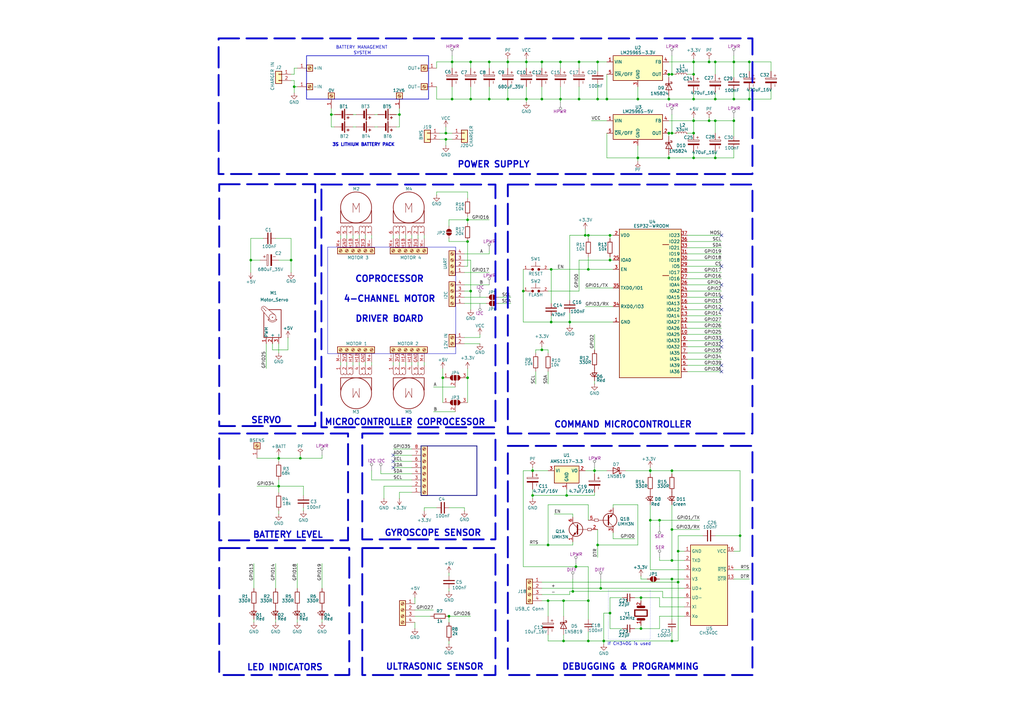
<source format=kicad_sch>
(kicad_sch (version 20250114) (generator "eeschema") (generator_version "9.0")
  (paper "A3")
  (rectangle (start 89.662 15.748) (end 308.61 71.374) (stroke (width 0.762) (type dash)))
  (rectangle (start 208.28 75.692) (end 308.61 177.8) (stroke (width 0.762) (type dash)))
  (rectangle (start 89.916 177.8) (end 142.748 221.615) (stroke (width 0.762) (type dash)))
  (rectangle (start 125.73 22.86) (end 175.768 40.64) (stroke (width 0.254)))
  (rectangle (start 148.59 224.79) (end 203.2 276.86) (stroke (width 0.762) (type dash)))
  (rectangle (start 131.826 75.692) (end 203.2 175.26) (stroke (width 0.762) (type dash)))
  (rectangle (start 148.59 177.8) (end 203.2 221.234) (stroke (width 0.762) (type dash)))
  (rectangle (start 134.366 101.346) (end 186.944 145.034))
  (rectangle (start 89.916 75.565) (end 129.286 174.752) (stroke (width 0.762) (type dash)))
  (rectangle (start 89.916 224.79) (end 143.256 276.86) (stroke (width 0.762) (type dash)))
  (rectangle (start 208.28 182.88) (end 308.61 276.86) (stroke (width 0.762) (type dash)))
  (text "BATTERY LEVEL" (at 118.11 219.456 0) (effects (font (size 2.54 2.54) (thickness 0.508) (bold yes))))
  (text "3S LITHIUM BATTERY PACK" (at 149.098 59.436 0) (effects (font (size 1.27 1.27) (thickness 0.508) (bold yes))))
  (text "LED INDICATORS" (at 116.84 273.812 0) (effects (font (size 2.54 2.54) (thickness 0.508) (bold yes))))
  (text "COMMAND MICROCONTROLLER" (at 255.524 174.244 0) (effects (font (size 2.54 2.54) (thickness 0.508) (bold yes))))
  (text "SERVO" (at 109.22 172.466 0) (effects (font (size 2.54 2.54) (thickness 0.508) (bold yes))))
  (text "BATTERY MANAGEMENT" (at 148.336 19.558 0) (effects (font (size 1.27 1.27) (thickness 0.1588))))
  (text "DEBUGGING & PROGRAMMING" (at 258.572 273.558 0) (effects (font (size 2.54 2.54) (thickness 0.508) (bold yes))))
  (text "ULTRASONIC SENSOR" (at 178.308 273.558 0) (effects (font (size 2.54 2.54) (thickness 0.508) (bold yes))))
  (text "MICROCONTROLLER COPROCESSOR" (at 166.116 173.228 0) (effects (font (size 2.54 2.54) (thickness 0.508) (bold yes))))
  (text "SYSTEM" (at 148.59 21.844 0) (effects (font (size 1.27 1.27) (thickness 0.1588))))
  (text "GYROSCOPE SENSOR" (at 177.546 218.694 0) (effects (font (size 2.54 2.54) (thickness 0.508) (bold yes))))
  (text "POWER SUPPLY" (at 202.438 67.564 0) (effects (font (size 2.54 2.54) (thickness 0.508) (bold yes))))
  (text "If CH340G is used" (at 258.064 264.16 0) (effects (font (size 1.27 1.27))))
  (text "COPROCESSOR\n\n4-CHANNEL MOTOR\n\nDRIVER BOARD" (at 159.766 122.682 0) (effects (font (size 2.54 2.54) (thickness 0.508) (bold yes))))
  (text_box "" (at 249.555 241.935 0) (size 17.145 20.32) (margins 0.9525 0.9525 0.9525 0.9525) (stroke (width 0) (type dot)) (effects (font (size 1.27 1.27)) (justify left top)))
  (junction (at 222.25 143.51))
  (junction (at 123.19 187.96))
  (junction (at 119.38 106.68))
  (junction (at 191.77 154.94))
  (junction (at 275.59 30.48))
  (junction (at 261.62 64.77))
  (junction (at 224.79 246.38))
  (junction (at 229.87 40.64))
  (junction (at 185.42 40.64))
  (junction (at 284.48 54.61))
  (junction (at 274.32 40.64))
  (junction (at 224.79 223.52))
  (junction (at 226.06 110.49))
  (junction (at 275.59 54.61))
  (junction (at 300.99 49.53))
  (junction (at 250.19 251.46))
  (junction (at 262.89 257.81))
  (junction (at 274.32 30.48))
  (junction (at 222.25 25.4))
  (junction (at 215.9 40.64))
  (junction (at 270.51 213.36))
  (junction (at 293.37 64.77))
  (junction (at 232.41 203.2))
  (junction (at 208.28 40.64))
  (junction (at 262.89 245.11))
  (junction (at 231.14 262.89))
  (junction (at 303.53 219.71))
  (junction (at 193.04 119.38))
  (junction (at 114.3 199.39))
  (junction (at 234.95 242.57))
  (junction (at 275.59 262.89))
  (junction (at 193.04 25.4))
  (junction (at 241.3 262.89))
  (junction (at 163.83 46.99))
  (junction (at 284.48 25.4))
  (junction (at 246.38 241.3))
  (junction (at 290.83 49.53))
  (junction (at 182.88 57.15))
  (junction (at 293.37 49.53))
  (junction (at 231.14 246.38))
  (junction (at 266.7 213.36))
  (junction (at 284.48 64.77))
  (junction (at 226.06 132.08))
  (junction (at 208.28 25.4))
  (junction (at 222.25 40.64))
  (junction (at 215.9 25.4))
  (junction (at 261.62 40.64))
  (junction (at 278.13 238.76))
  (junction (at 241.3 246.38))
  (junction (at 191.77 99.06))
  (junction (at 243.84 193.04))
  (junction (at 245.11 40.64))
  (junction (at 241.3 110.49))
  (junction (at 307.34 40.64))
  (junction (at 191.77 90.17))
  (junction (at 114.3 187.96))
  (junction (at 284.48 49.53))
  (junction (at 135.89 46.99))
  (junction (at 250.19 96.52))
  (junction (at 275.59 237.49))
  (junction (at 233.68 132.08))
  (junction (at 102.87 106.68))
  (junction (at 184.15 252.73))
  (junction (at 275.59 217.17))
  (junction (at 120.65 35.56))
  (junction (at 218.44 193.04))
  (junction (at 241.3 96.52))
  (junction (at 284.48 40.64))
  (junction (at 293.37 40.64))
  (junction (at 278.13 226.06))
  (junction (at 247.65 262.89))
  (junction (at 218.44 203.2))
  (junction (at 300.99 25.4))
  (junction (at 185.42 25.4))
  (junction (at 274.32 54.61))
  (junction (at 245.11 223.52))
  (junction (at 200.66 40.64))
  (junction (at 236.22 232.41))
  (junction (at 300.99 40.64))
  (junction (at 275.59 229.87))
  (junction (at 237.49 40.64))
  (junction (at 266.7 193.04))
  (junction (at 275.59 193.04))
  (junction (at 307.34 25.4))
  (junction (at 290.83 25.4))
  (junction (at 214.63 119.38))
  (junction (at 200.66 25.4))
  (junction (at 181.61 154.94))
  (junction (at 237.49 25.4))
  (junction (at 248.92 40.64))
  (junction (at 193.04 40.64))
  (junction (at 229.87 25.4))
  (junction (at 250.19 106.68))
  (junction (at 293.37 25.4))
  (junction (at 182.88 54.61))
  (junction (at 245.11 25.4))
  (junction (at 284.48 30.48))
  (junction (at 274.32 64.77))
  (junction (at 240.03 96.52))
  (no_connect (at 295.91 127))
  (no_connect (at 295.91 152.4))
  (no_connect (at 295.91 142.24))
  (no_connect (at 295.91 149.86))
  (no_connect (at 161.29 191.77))
  (no_connect (at 161.29 189.23))
  (no_connect (at 295.91 109.22))
  (no_connect (at 295.91 96.52))
  (no_connect (at 295.91 139.7))
  (no_connect (at 295.91 116.84))
  (no_connect (at 161.29 186.69))
  (no_connect (at 295.91 121.92))
  (bus (pts (xy 172.72 182.88) (xy 195.58 182.88)))
  (wire (pts (xy 132.08 254) (xy 132.08 255.27)))
  (wire (pts (xy 222.25 243.84) (xy 233.68 243.84)))
  (wire (pts (xy 149.86 96.52) (xy 149.86 97.79)))
  (wire (pts (xy 163.83 149.86) (xy 163.83 148.59)))
  (wire (pts (xy 120.65 33.02) (xy 120.65 35.56)))
  (wire (pts (xy 241.3 246.38) (xy 241.3 254)))
  (wire (pts (xy 123.19 187.96) (xy 123.19 186.69)))
  (wire (pts (xy 215.9 24.13) (xy 215.9 25.4)))
  (wire (pts (xy 173.99 149.86) (xy 173.99 148.59)))
  (wire (pts (xy 307.34 25.4) (xy 307.34 29.21)))
  (wire (pts (xy 262.89 245.11) (xy 270.51 245.11)))
  (wire (pts (xy 284.48 25.4) (xy 284.48 30.48)))
  (wire (pts (xy 179.07 80.01) (xy 179.07 78.74)))
  (wire (pts (xy 144.78 149.86) (xy 144.78 148.59)))
  (wire (pts (xy 275.59 30.48) (xy 276.86 30.48)))
  (wire (pts (xy 114.3 187.96) (xy 114.3 189.23)))
  (wire (pts (xy 231.14 246.38) (xy 231.14 252.73)))
  (wire (pts (xy 114.3 187.96) (xy 123.19 187.96)))
  (wire (pts (xy 270.51 252.73) (xy 280.67 252.73)))
  (wire (pts (xy 214.63 193.04) (xy 218.44 193.04)))
  (wire (pts (xy 184.15 99.06) (xy 191.77 99.06)))
  (wire (pts (xy 217.17 223.52) (xy 224.79 223.52)))
  (wire (pts (xy 132.08 186.69) (xy 132.08 187.96)))
  (wire (pts (xy 193.04 25.4) (xy 200.66 25.4)))
  (wire (pts (xy 200.66 90.17) (xy 191.77 90.17)))
  (wire (pts (xy 233.68 242.57) (xy 233.68 243.84)))
  (wire (pts (xy 214.63 119.38) (xy 214.63 132.08)))
  (wire (pts (xy 281.94 119.38) (xy 295.91 119.38)))
  (wire (pts (xy 181.61 154.94) (xy 181.61 165.1)))
  (wire (pts (xy 179.07 25.4) (xy 179.07 27.94)))
  (wire (pts (xy 270.51 252.73) (xy 270.51 257.81)))
  (wire (pts (xy 237.49 25.4) (xy 245.11 25.4)))
  (wire (pts (xy 193.04 106.68) (xy 193.04 119.38)))
  (wire (pts (xy 241.3 105.41) (xy 241.3 110.49)))
  (wire (pts (xy 284.48 25.4) (xy 284.48 24.13)))
  (wire (pts (xy 161.29 96.52) (xy 161.29 97.79)))
  (wire (pts (xy 275.59 46.99) (xy 275.59 54.61)))
  (wire (pts (xy 241.3 110.49) (xy 251.46 110.49)))
  (wire (pts (xy 262.89 256.54) (xy 262.89 257.81)))
  (wire (pts (xy 293.37 25.4) (xy 290.83 25.4)))
  (wire (pts (xy 113.03 254) (xy 113.03 255.27)))
  (wire (pts (xy 316.23 25.4) (xy 316.23 29.21)))
  (wire (pts (xy 275.59 262.89) (xy 278.13 262.89)))
  (wire (pts (xy 245.11 25.4) (xy 248.92 25.4)))
  (wire (pts (xy 250.19 96.52) (xy 251.46 96.52)))
  (wire (pts (xy 157.48 199.39) (xy 168.91 199.39)))
  (wire (pts (xy 293.37 49.53) (xy 293.37 54.61)))
  (wire (pts (xy 275.59 54.61) (xy 276.86 54.61)))
  (wire (pts (xy 246.38 241.3) (xy 280.67 241.3)))
  (wire (pts (xy 250.19 251.46) (xy 250.19 257.81)))
  (wire (pts (xy 185.42 25.4) (xy 193.04 25.4)))
  (wire (pts (xy 208.28 25.4) (xy 208.28 27.94)))
  (wire (pts (xy 233.68 242.57) (xy 234.95 242.57)))
  (wire (pts (xy 114.3 210.82) (xy 114.3 209.55)))
  (wire (pts (xy 214.63 110.49) (xy 214.63 119.38)))
  (wire (pts (xy 184.15 262.89) (xy 184.15 264.16)))
  (wire (pts (xy 208.28 40.64) (xy 215.9 40.64)))
  (wire (pts (xy 250.19 106.68) (xy 251.46 106.68)))
  (wire (pts (xy 156.21 193.04) (xy 156.21 194.31)))
  (wire (pts (xy 218.44 203.2) (xy 232.41 203.2)))
  (wire (pts (xy 168.91 96.52) (xy 168.91 97.79)))
  (wire (pts (xy 245.11 217.17) (xy 245.11 223.52)))
  (wire (pts (xy 300.99 226.06) (xy 303.53 226.06)))
  (wire (pts (xy 224.79 207.01) (xy 241.3 207.01)))
  (wire (pts (xy 274.32 40.64) (xy 274.32 39.37)))
  (wire (pts (xy 222.25 143.51) (xy 224.79 143.51)))
  (wire (pts (xy 102.87 97.79) (xy 107.95 97.79)))
  (wire (pts (xy 114.3 186.69) (xy 114.3 187.96)))
  (wire (pts (xy 274.32 54.61) (xy 275.59 54.61)))
  (wire (pts (xy 300.99 48.26) (xy 300.99 49.53)))
  (wire (pts (xy 166.37 149.86) (xy 166.37 148.59)))
  (wire (pts (xy 163.83 52.07) (xy 162.56 52.07)))
  (wire (pts (xy 261.62 207.01) (xy 261.62 223.52)))
  (wire (pts (xy 119.38 33.02) (xy 120.65 33.02)))
  (wire (pts (xy 274.32 54.61) (xy 274.32 55.88)))
  (wire (pts (xy 222.25 25.4) (xy 229.87 25.4)))
  (wire (pts (xy 262.89 237.49) (xy 265.43 237.49)))
  (wire (pts (xy 200.66 25.4) (xy 208.28 25.4)))
  (wire (pts (xy 142.24 96.52) (xy 142.24 97.79)))
  (wire (pts (xy 181.61 151.13) (xy 181.61 154.94)))
  (wire (pts (xy 240.03 118.11) (xy 251.46 118.11)))
  (wire (pts (xy 229.87 25.4) (xy 237.49 25.4)))
  (wire (pts (xy 173.99 208.28) (xy 173.99 209.55)))
  (wire (pts (xy 179.07 40.64) (xy 185.42 40.64)))
  (wire (pts (xy 243.84 191.77) (xy 243.84 193.04)))
  (wire (pts (xy 241.3 96.52) (xy 240.03 96.52)))
  (wire (pts (xy 219.71 152.4) (xy 219.71 157.48)))
  (wire (pts (xy 261.62 40.64) (xy 274.32 40.64)))
  (wire (pts (xy 222.25 238.76) (xy 278.13 238.76)))
  (wire (pts (xy 234.95 242.57) (xy 271.78 242.57)))
  (wire (pts (xy 270.51 245.11) (xy 270.51 248.92)))
  (wire (pts (xy 307.34 36.83) (xy 307.34 40.64)))
  (wire (pts (xy 113.03 231.14) (xy 113.03 241.3)))
  (wire (pts (xy 245.11 25.4) (xy 245.11 29.21)))
  (wire (pts (xy 278.13 226.06) (xy 278.13 219.71)))
  (wire (pts (xy 243.84 156.21) (xy 243.84 157.48)))
  (wire (pts (xy 251.46 220.98) (xy 260.35 220.98)))
  (wire (pts (xy 275.59 237.49) (xy 275.59 254)))
  (wire (pts (xy 274.32 30.48) (xy 275.59 30.48)))
  (wire (pts (xy 114.3 196.85) (xy 114.3 199.39)))
  (wire (pts (xy 182.88 57.15) (xy 185.42 57.15)))
  (wire (pts (xy 300.99 40.64) (xy 293.37 40.64)))
  (wire (pts (xy 303.53 219.71) (xy 303.53 226.06)))
  (wire (pts (xy 237.49 106.68) (xy 237.49 119.38)))
  (wire (pts (xy 275.59 217.17) (xy 275.59 229.87)))
  (wire (pts (xy 105.41 187.96) (xy 114.3 187.96)))
  (wire (pts (xy 190.5 121.92) (xy 199.39 121.92)))
  (wire (pts (xy 224.79 110.49) (xy 226.06 110.49)))
  (wire (pts (xy 300.99 22.86) (xy 300.99 25.4)))
  (wire (pts (xy 179.07 78.74) (xy 191.77 78.74)))
  (wire (pts (xy 152.4 196.85) (xy 168.91 196.85)))
  (wire (pts (xy 224.79 246.38) (xy 231.14 246.38)))
  (wire (pts (xy 284.48 25.4) (xy 290.83 25.4)))
  (wire (pts (xy 274.32 40.64) (xy 284.48 40.64)))
  (wire (pts (xy 161.29 189.23) (xy 168.91 189.23)))
  (wire (pts (xy 135.89 44.45) (xy 135.89 46.99)))
  (wire (pts (xy 266.7 193.04) (xy 266.7 194.31)))
  (wire (pts (xy 193.04 127) (xy 193.04 119.38)))
  (wire (pts (xy 300.99 60.96) (xy 300.99 64.77)))
  (wire (pts (xy 185.42 40.64) (xy 193.04 40.64)))
  (wire (pts (xy 262.89 245.11) (xy 262.89 246.38)))
  (wire (pts (xy 170.18 250.19) (xy 177.8 250.19)))
  (wire (pts (xy 224.79 223.52) (xy 234.95 223.52)))
  (wire (pts (xy 215.9 25.4) (xy 215.9 27.94)))
  (wire (pts (xy 241.3 262.89) (xy 247.65 262.89)))
  (wire (pts (xy 185.42 25.4) (xy 185.42 27.94)))
  (wire (pts (xy 261.62 64.77) (xy 261.62 66.04)))
  (wire (pts (xy 191.77 99.06) (xy 191.77 109.22)))
  (wire (pts (xy 214.63 132.08) (xy 226.06 132.08)))
  (wire (pts (xy 281.94 111.76) (xy 295.91 111.76)))
  (wire (pts (xy 166.37 96.52) (xy 166.37 97.79)))
  (wire (pts (xy 214.63 193.04) (xy 214.63 232.41)))
  (wire (pts (xy 104.14 254) (xy 104.14 255.27)))
  (wire (pts (xy 152.4 96.52) (xy 152.4 97.79)))
  (wire (pts (xy 224.79 262.89) (xy 231.14 262.89)))
  (wire (pts (xy 191.77 154.94) (xy 191.77 165.1)))
  (wire (pts (xy 303.53 193.04) (xy 303.53 219.71)))
  (wire (pts (xy 251.46 220.98) (xy 251.46 218.44)))
  (wire (pts (xy 200.66 40.64) (xy 208.28 40.64)))
  (wire (pts (xy 281.94 116.84) (xy 295.91 116.84)))
  (wire (pts (xy 179.07 35.56) (xy 179.07 40.64)))
  (bus (pts (xy 195.58 203.2) (xy 172.72 203.2)))
  (wire (pts (xy 275.59 207.01) (xy 275.59 217.17)))
  (wire (pts (xy 275.59 193.04) (xy 303.53 193.04)))
  (wire (pts (xy 281.94 139.7) (xy 295.91 139.7)))
  (wire (pts (xy 219.71 144.78) (xy 219.71 143.51)))
  (wire (pts (xy 247.65 262.89) (xy 275.59 262.89)))
  (wire (pts (xy 105.41 199.39) (xy 114.3 199.39)))
  (wire (pts (xy 184.15 252.73) (xy 193.04 252.73)))
  (wire (pts (xy 231.14 246.38) (xy 241.3 246.38)))
  (wire (pts (xy 260.35 257.81) (xy 262.89 257.81)))
  (wire (pts (xy 222.25 40.64) (xy 229.87 40.64)))
  (wire (pts (xy 243.84 193.04) (xy 248.92 193.04)))
  (wire (pts (xy 232.41 200.66) (xy 232.41 203.2)))
  (wire (pts (xy 208.28 35.56) (xy 208.28 40.64)))
  (wire (pts (xy 163.83 46.99) (xy 163.83 52.07)))
  (wire (pts (xy 300.99 237.49) (xy 307.34 237.49)))
  (wire (pts (xy 102.87 106.68) (xy 106.68 106.68)))
  (wire (pts (xy 204.47 121.92) (xy 209.55 121.92)))
  (wire (pts (xy 300.99 49.53) (xy 293.37 49.53)))
  (wire (pts (xy 284.48 49.53) (xy 284.48 48.26)))
  (wire (pts (xy 214.63 232.41) (xy 236.22 232.41)))
  (wire (pts (xy 184.15 90.17) (xy 191.77 90.17)))
  (wire (pts (xy 262.89 257.81) (xy 270.51 257.81)))
  (wire (pts (xy 114.3 140.97) (xy 114.3 144.78)))
  (wire (pts (xy 215.9 25.4) (xy 222.25 25.4)))
  (wire (pts (xy 274.32 30.48) (xy 274.32 31.75)))
  (wire (pts (xy 278.13 238.76) (xy 278.13 262.89)))
  (wire (pts (xy 300.99 36.83) (xy 300.99 40.64)))
  (wire (pts (xy 114.3 106.68) (xy 119.38 106.68)))
  (bus (pts (xy 172.72 182.88) (xy 172.72 203.2)))
  (wire (pts (xy 275.59 229.87) (xy 280.67 229.87)))
  (wire (pts (xy 184.15 234.95) (xy 184.15 236.22)))
  (wire (pts (xy 179.07 25.4) (xy 185.42 25.4)))
  (wire (pts (xy 250.19 105.41) (xy 250.19 106.68)))
  (wire (pts (xy 182.88 54.61) (xy 185.42 54.61)))
  (wire (pts (xy 281.94 114.3) (xy 295.91 114.3)))
  (wire (pts (xy 270.51 228.6) (xy 270.51 229.87)))
  (wire (pts (xy 200.66 102.87) (xy 200.66 104.14)))
  (wire (pts (xy 222.25 241.3) (xy 246.38 241.3)))
  (wire (pts (xy 241.3 207.01) (xy 241.3 213.36)))
  (wire (pts (xy 316.23 40.64) (xy 316.23 36.83)))
  (wire (pts (xy 161.29 191.77) (xy 168.91 191.77)))
  (wire (pts (xy 190.5 109.22) (xy 191.77 109.22)))
  (wire (pts (xy 218.44 193.04) (xy 224.79 193.04)))
  (wire (pts (xy 109.22 140.97) (xy 109.22 151.13)))
  (wire (pts (xy 241.3 232.41) (xy 241.3 246.38)))
  (wire (pts (xy 132.08 187.96) (xy 123.19 187.96)))
  (wire (pts (xy 124.46 208.28) (xy 124.46 209.55)))
  (wire (pts (xy 233.68 96.52) (xy 233.68 123.19)))
  (wire (pts (xy 229.87 35.56) (xy 229.87 40.64)))
  (wire (pts (xy 119.38 97.79) (xy 119.38 106.68)))
  (wire (pts (xy 111.76 140.97) (xy 111.76 143.51)))
  (wire (pts (xy 190.5 119.38) (xy 193.04 119.38)))
  (wire (pts (xy 147.32 149.86) (xy 147.32 148.59)))
  (wire (pts (xy 153.67 46.99) (xy 154.94 46.99)))
  (wire (pts (xy 270.51 213.36) (xy 270.51 215.9)))
  (wire (pts (xy 204.47 124.46) (xy 209.55 124.46)))
  (wire (pts (xy 274.32 25.4) (xy 284.48 25.4)))
  (wire (pts (xy 281.94 152.4) (xy 295.91 152.4)))
  (wire (pts (xy 281.94 101.6) (xy 295.91 101.6)))
  (wire (pts (xy 246.38 237.49) (xy 246.38 241.3)))
  (wire (pts (xy 120.65 35.56) (xy 120.65 38.1)))
  (wire (pts (xy 281.94 30.48) (xy 284.48 30.48)))
  (wire (pts (xy 266.7 233.68) (xy 280.67 233.68)))
  (wire (pts (xy 111.76 143.51) (xy 118.11 143.51)))
  (wire (pts (xy 190.5 111.76) (xy 200.66 111.76)))
  (wire (pts (xy 118.11 138.43) (xy 118.11 143.51)))
  (wire (pts (xy 226.06 129.54) (xy 226.06 132.08)))
  (wire (pts (xy 241.3 259.08) (xy 241.3 262.89)))
  (wire (pts (xy 190.5 140.97) (xy 196.85 140.97)))
  (wire (pts (xy 270.51 237.49) (xy 275.59 237.49)))
  (wire (pts (xy 163.83 96.52) (xy 163.83 97.79)))
  (wire (pts (xy 157.48 199.39) (xy 157.48 204.47)))
  (wire (pts (xy 293.37 38.1) (xy 293.37 40.64)))
  (wire (pts (xy 173.99 208.28) (xy 179.07 208.28)))
  (wire (pts (xy 113.03 97.79) (xy 119.38 97.79)))
  (wire (pts (xy 300.99 64.77) (xy 293.37 64.77)))
  (wire (pts (xy 281.94 124.46) (xy 295.91 124.46)))
  (wire (pts (xy 245.11 223.52) (xy 261.62 223.52)))
  (wire (pts (xy 144.78 46.99) (xy 146.05 46.99)))
  (wire (pts (xy 190.5 104.14) (xy 200.66 104.14)))
  (wire (pts (xy 218.44 203.2) (xy 218.44 204.47)))
  (wire (pts (xy 171.45 96.52) (xy 171.45 97.79)))
  (wire (pts (xy 232.41 203.2) (xy 243.84 203.2)))
  (wire (pts (xy 278.13 226.06) (xy 280.67 226.06)))
  (wire (pts (xy 218.44 200.66) (xy 218.44 203.2)))
  (wire (pts (xy 193.04 25.4) (xy 193.04 27.94)))
  (wire (pts (xy 200.66 25.4) (xy 200.66 27.94)))
  (wire (pts (xy 300.99 31.75) (xy 300.99 25.4)))
  (wire (pts (xy 274.32 64.77) (xy 274.32 63.5)))
  (wire (pts (xy 233.68 132.08) (xy 251.46 132.08)))
  (wire (pts (xy 170.18 252.73) (xy 176.53 252.73)))
  (wire (pts (xy 281.94 106.68) (xy 295.91 106.68)))
  (wire (pts (xy 233.68 132.08) (xy 233.68 133.35)))
  (wire (pts (xy 222.25 35.56) (xy 222.25 40.64)))
  (wire (pts (xy 162.56 46.99) (xy 163.83 46.99)))
  (wire (pts (xy 281.94 144.78) (xy 295.91 144.78)))
  (wire (pts (xy 281.94 149.86) (xy 295.91 149.86)))
  (wire (pts (xy 270.51 213.36) (xy 287.02 213.36)))
  (wire (pts (xy 266.7 193.04) (xy 275.59 193.04)))
  (wire (pts (xy 281.94 109.22) (xy 295.91 109.22)))
  (wire (pts (xy 256.54 193.04) (xy 266.7 193.04)))
  (wire (pts (xy 177.8 158.75) (xy 186.69 158.75)))
  (wire (pts (xy 170.18 257.81) (xy 170.18 255.27)))
  (wire (pts (xy 177.8 168.91) (xy 186.69 168.91)))
  (wire (pts (xy 149.86 149.86) (xy 149.86 148.59)))
  (wire (pts (xy 270.51 229.87) (xy 275.59 229.87)))
  (wire (pts (xy 180.34 54.61) (xy 182.88 54.61)))
  (wire (pts (xy 163.83 44.45) (xy 163.83 46.99)))
  (wire (pts (xy 275.59 217.17) (xy 287.02 217.17)))
  (wire (pts (xy 300.99 25.4) (xy 307.34 25.4)))
  (wire (pts (xy 119.38 30.48) (xy 120.65 30.48)))
  (wire (pts (xy 234.95 222.25) (xy 234.95 223.52)))
  (wire (pts (xy 260.35 245.11) (xy 262.89 245.11)))
  (wire (pts (xy 247.65 264.16) (xy 247.65 262.89)))
  (wire (pts (xy 168.91 149.86) (xy 168.91 148.59)))
  (wire (pts (xy 271.78 242.57) (xy 271.78 245.11)))
  (wire (pts (xy 281.94 142.24) (xy 295.91 142.24)))
  (wire (pts (xy 293.37 219.71) (xy 303.53 219.71)))
  (wire (pts (xy 236.22 231.14) (xy 236.22 232.41)))
  (wire (pts (xy 284.48 49.53) (xy 284.48 54.61)))
  (wire (pts (xy 284.48 49.53) (xy 290.83 49.53)))
  (wire (pts (xy 222.25 25.4) (xy 222.25 27.94)))
  (wire (pts (xy 278.13 226.06) (xy 278.13 238.76)))
  (wire (pts (xy 284.48 62.23) (xy 284.48 64.77)))
  (wire (pts (xy 290.83 49.53) (xy 290.83 48.26)))
  (wire (pts (xy 184.15 92.71) (xy 184.15 90.17)))
  (wire (pts (xy 190.5 138.43) (xy 196.85 138.43)))
  (wire (pts (xy 261.62 64.77) (xy 274.32 64.77)))
  (wire (pts (xy 281.94 132.08) (xy 295.91 132.08)))
  (wire (pts (xy 266.7 191.77) (xy 266.7 193.04)))
  (wire (pts (xy 236.22 232.41) (xy 241.3 232.41)))
  (wire (pts (xy 119.38 106.68) (xy 119.38 111.76)))
  (wire (pts (xy 193.04 35.56) (xy 193.04 40.64)))
  (wire (pts (xy 224.79 246.38) (xy 224.79 252.73)))
  (wire (pts (xy 153.67 52.07) (xy 154.94 52.07)))
  (wire (pts (xy 142.24 149.86) (xy 142.24 148.59)))
  (wire (pts (xy 281.94 137.16) (xy 295.91 137.16)))
  (wire (pts (xy 240.03 125.73) (xy 251.46 125.73)))
  (wire (pts (xy 163.83 204.47) (xy 163.83 201.93)))
  (wire (pts (xy 278.13 219.71) (xy 288.29 219.71)))
  (wire (pts (xy 293.37 64.77) (xy 284.48 64.77)))
  (wire (pts (xy 200.66 35.56) (xy 200.66 40.64)))
  (wire (pts (xy 293.37 40.64) (xy 284.48 40.64)))
  (wire (pts (xy 300.99 233.68) (xy 307.34 233.68)))
  (wire (pts (xy 190.5 106.68) (xy 193.04 106.68)))
  (wire (pts (xy 161.29 184.15) (xy 168.91 184.15)))
  (wire (pts (xy 182.88 57.15) (xy 182.88 59.69)))
  (wire (pts (xy 247.65 251.46) (xy 250.19 251.46)))
  (wire (pts (xy 281.94 147.32) (xy 295.91 147.32)))
  (wire (pts (xy 261.62 59.69) (xy 261.62 64.77)))
  (wire (pts (xy 261.62 35.56) (xy 261.62 40.64)))
  (wire (pts (xy 104.14 231.14) (xy 104.14 241.3)))
  (wire (pts (xy 266.7 213.36) (xy 266.7 233.68)))
  (wire (pts (xy 274.32 64.77) (xy 284.48 64.77)))
  (wire (pts (xy 132.08 231.14) (xy 132.08 241.3)))
  (wire (pts (xy 266.7 213.36) (xy 270.51 213.36)))
  (wire (pts (xy 281.94 104.14) (xy 295.91 104.14)))
  (wire (pts (xy 307.34 40.64) (xy 316.23 40.64)))
  (bus (pts (xy 195.58 182.88) (xy 195.58 203.2)))
  (wire (pts (xy 237.49 40.64) (xy 245.11 40.64)))
  (wire (pts (xy 120.65 30.48) (xy 120.65 27.94)))
  (wire (pts (xy 231.14 260.35) (xy 231.14 262.89)))
  (wire (pts (xy 275.59 193.04) (xy 275.59 194.31)))
  (wire (pts (xy 281.94 96.52) (xy 295.91 96.52)))
  (wire (pts (xy 245.11 223.52) (xy 245.11 228.6)))
  (wire (pts (xy 300.99 25.4) (xy 293.37 25.4)))
  (wire (pts (xy 208.28 25.4) (xy 215.9 25.4)))
  (wire (pts (xy 293.37 25.4) (xy 293.37 30.48)))
  (wire (pts (xy 281.94 54.61) (xy 284.48 54.61)))
  (wire (pts (xy 144.78 52.07) (xy 146.05 52.07)))
  (wire (pts (xy 191.77 151.13) (xy 191.77 154.94)))
  (wire (pts (xy 250.19 96.52) (xy 250.19 97.79)))
  (wire (pts (xy 190.5 116.84) (xy 200.66 116.84)))
  (wire (pts (xy 121.92 254) (xy 121.92 255.27)))
  (wire (pts (xy 124.46 203.2) (xy 124.46 199.39)))
  (wire (pts (xy 248.92 64.77) (xy 261.62 64.77)))
  (wire (pts (xy 281.94 121.92) (xy 295.91 121.92)))
  (wire (pts (xy 171.45 149.86) (xy 171.45 148.59)))
  (wire (pts (xy 234.95 210.82) (xy 234.95 212.09)))
  (wire (pts (xy 271.78 245.11) (xy 280.67 245.11)))
  (wire (pts (xy 248.92 54.61) (xy 248.92 64.77)))
  (wire (pts (xy 224.79 260.35) (xy 224.79 262.89)))
  (wire (pts (xy 163.83 201.93) (xy 168.91 201.93)))
  (wire (pts (xy 229.87 40.64) (xy 229.87 41.91)))
  (wire (pts (xy 250.19 245.11) (xy 250.19 251.46)))
  (wire (pts (xy 247.65 251.46) (xy 247.65 262.89)))
  (wire (pts (xy 137.16 46.99) (xy 135.89 46.99)))
  (wire (pts (xy 222.25 142.24) (xy 222.25 143.51)))
  (wire (pts (xy 274.32 49.53) (xy 284.48 49.53)))
  (wire (pts (xy 161.29 186.69) (xy 168.91 186.69)))
  (wire (pts (xy 262.89 236.22) (xy 262.89 237.49)))
  (wire (pts (xy 190.5 124.46) (xy 199.39 124.46)))
  (wire (pts (xy 222.25 246.38) (xy 224.79 246.38)))
  (wire (pts (xy 120.65 35.56) (xy 121.92 35.56)))
  (wire (pts (xy 240.03 93.98) (xy 240.03 96.52)))
  (wire (pts (xy 102.87 106.68) (xy 102.87 111.76)))
  (wire (pts (xy 307.34 25.4) (xy 316.23 25.4)))
  (wire (pts (xy 102.87 97.79) (xy 102.87 106.68)))
  (wire (pts (xy 233.68 96.52) (xy 240.03 96.52)))
  (wire (pts (xy 226.06 132.08) (xy 233.68 132.08)))
  (wire (pts (xy 121.92 231.14) (xy 121.92 241.3)))
  (wire (pts (xy 185.42 22.86) (xy 185.42 25.4)))
  (wire (pts (xy 237.49 25.4) (xy 237.49 27.94)))
  (wire (pts (xy 243.84 193.04) (xy 243.84 194.31)))
  (wire (pts (xy 241.3 96.52) (xy 241.3 97.79)))
  (wire (pts (xy 196.85 137.16) (xy 196.85 138.43)))
  (wire (pts (xy 229.87 40.64) (xy 237.49 40.64)))
  (wire (pts (xy 224.79 119.38) (xy 237.49 119.38)))
  (wire (pts (xy 161.29 149.86) (xy 161.29 148.59)))
  (wire (pts (xy 144.78 96.52) (xy 144.78 97.79)))
  (wire (pts (xy 135.89 46.99) (xy 135.89 52.07)))
  (wire (pts (xy 224.79 143.51) (xy 224.79 144.78)))
  (wire (pts (xy 281.94 134.62) (xy 295.91 134.62)))
  (wire (pts (xy 135.89 52.07) (xy 137.16 52.07)))
  (wire (pts (xy 190.5 208.28) (xy 190.5 209.55)))
  (wire (pts (xy 226.06 110.49) (xy 226.06 124.46)))
  (wire (pts (xy 139.7 96.52) (xy 139.7 97.79)))
  (wire (pts (xy 233.68 128.27) (xy 233.68 132.08)))
  (wire (pts (xy 248.92 30.48) (xy 248.92 40.64)))
  (wire (pts (xy 266.7 207.01) (xy 266.7 213.36)))
  (wire (pts (xy 224.79 207.01) (xy 224.79 223.52)))
  (wire (pts (xy 234.95 237.49) (xy 234.95 242.57)))
  (wire (pts (xy 184.15 241.3) (xy 184.15 242.57)))
  (wire (pts (xy 290.83 25.4) (xy 290.83 24.13)))
  (wire (pts (xy 224.79 152.4) (xy 224.79 157.48)))
  (wire (pts (xy 275.59 22.86) (xy 275.59 30.48)))
  (wire (pts (xy 226.06 110.49) (xy 241.3 110.49)))
  (wire (pts (xy 124.46 199.39) (xy 114.3 199.39)))
  (wire (pts (xy 173.99 96.52) (xy 173.99 97.79)))
  (wire (pts (xy 248.92 40.64) (xy 261.62 40.64)))
  (wire (pts (xy 281.94 129.54) (xy 295.91 129.54)))
  (wire (pts (xy 120.65 27.94) (xy 121.92 27.94)))
  (wire (pts (xy 139.7 149.86) (xy 139.7 148.59)))
  (wire (pts (xy 215.9 35.56) (xy 215.9 40.64)))
  (wire (pts (xy 208.28 24.13) (xy 208.28 25.4)))
  (wire (pts (xy 184.15 208.28) (xy 190.5 208.28)))
  (wire (pts (xy 219.71 143.51) (xy 222.25 143.51)))
  (wire (pts (xy 281.94 99.06) (xy 295.91 99.06)))
  (wire (pts (xy 185.42 35.56) (xy 185.42 40.64)))
  (wire (pts (xy 237.49 106.68) (xy 250.19 106.68)))
  (wire (pts (xy 114.3 199.39) (xy 114.3 201.93)))
  (wire (pts (xy 231.14 262.89) (xy 241.3 262.89)))
  (wire (pts (xy 293.37 62.23) (xy 293.37 64.77)))
  (wire (pts (xy 180.34 57.15) (xy 182.88 57.15)))
  (wire (pts (xy 152.4 193.04) (xy 152.4 196.85)))
  (wire (pts (xy 245.11 34.29) (xy 245.11 40.64)))
  (wire (pts (xy 215.9 41.91) (xy 215.9 40.64)))
  (wire (pts (xy 251.46 207.01) (xy 251.46 208.28)))
  (wire (pts (xy 191.77 88.9) (xy 191.77 90.17)))
  (wire (pts (xy 243.84 137.16) (xy 243.84 143.51)))
  (wire (pts (xy 156.21 194.31) (xy 168.91 194.31)))
  (wire (pts (xy 242.57 49.53) (xy 248.92 49.53)))
  (wire (pts (xy 251.46 207.01) (xy 261.62 207.01)))
  (wire (pts (xy 250.19 257.81) (xy 255.27 257.81)))
  (wire (pts (xy 300.99 40.64) (xy 307.34 40.64)))
  (wire (pts (xy 245.11 40.64) (xy 248.92 40.64)))
  (wire (pts (xy 284.48 38.1) (xy 284.48 40.64)))
  (wire (pts (xy 191.77 90.17) (xy 191.77 91.44)))
  (wire (pts (xy 184.15 252.73) (xy 184.15 255.27)))
  (wire (pts (xy 229.87 25.4) (xy 229.87 27.94)))
  (wire (pts (xy 250.19 245.11) (xy 255.27 245.11)))
  (wire (pts (xy 193.04 40.64) (xy 200.66 40.64)))
  (wire (pts (xy 227.33 210.82) (xy 234.95 210.82)))
  (wire (pts (xy 191.77 78.74) (xy 191.77 81.28)))
  (wire (pts (xy 170.18 245.11) (xy 170.18 247.65)))
  (wire (pts (xy 293.37 49.53) (xy 290.83 49.53)))
  (wire (pts (xy 215.9 40.64) (xy 222.25 40.64)))
  (wire (pts (xy 152.4 149.86) (xy 152.4 148.59)))
  (wire (pts (xy 218.44 191.77) (xy 218.44 193.04)))
  (wire (pts (xy 241.3 96.52) (xy 250.19 96.52)))
  (wire (pts (xy 243.84 201.93) (xy 243.84 203.2)))
  (wire (pts (xy 240.03 193.04) (xy 243.84 193.04)))
  (wire (pts (xy 275.59 237.49) (xy 280.67 237.49)))
  (wire (pts (xy 275.59 259.08) (xy 275.59 262.89)))
  (wire (pts (xy 182.88 52.07) (xy 182.88 54.61)))
  (wire (pts (xy 300.99 55.88) (xy 300.99 49.53)))
  (wire (pts (xy 184.15 97.79) (xy 184.15 99.06)))
  (wire (pts (xy 281.94 127) (xy 295.91 127)))
  (wire (pts (xy 147.32 96.52) (xy 147.32 97.79)))
  (wire (pts (xy 270.51 248.92) (xy 280.67 248.92)))
  (wire (pts (xy 237.49 35.56) (xy 237.49 40.64)))
  (label "GPIO33" (at 295.91 139.7 180))
  (label "GPIO0" (at 260.35 220.98 180))
  (label "GPIO19" (at 132.08 231.14 270))
  (label "GPIO1{slash}TX" (at 287.02 213.36 180))
  (label "GPIO17" (at 295.91 111.76 180))
  (label "RTS" (at 217.17 223.52 0))
  (label "EN" (at 227.33 210.82 0))
  (label "GPIO34" (at 105.41 199.39 0))
  (label "GPIO35" (at 295.91 144.78 180))
  (label "GPIO18" (at 121.92 231.14 270))
  (label "GPIO25" (at 295.91 137.16 180))
  (label "GPIO3{slash}RX" (at 287.02 217.17 180))
  (label "MOSI" (at 295.91 96.52 180))
  (label "SDA" (at 209.55 124.46 180))
  (label "AD0" (at 161.29 186.69 0))
  (label "GPIO18" (at 295.91 106.68 180))
  (label "XCL" (at 161.29 189.23 0))
  (label "A" (at 177.8 158.75 0))
  (label "SCL" (at 219.71 157.48 90))
  (label "GPIO4" (at 295.91 116.84 180))
  (label "GPIO14" (at 113.03 231.14 270))
  (label "EN" (at 228.6 110.49 0))
  (label "GPIO26" (at 295.91 134.62 180))
  (label "GPIO13" (at 104.14 231.14 270))
  (label "SDA" (at 295.91 101.6 180))
  (label "SCL" (at 161.29 196.85 0))
  (label "GPIO12" (at 295.91 127 180))
  (label "GPIO16" (at 295.91 114.3 180))
  (label "SCL" (at 209.55 121.92 180))
  (label "RTS" (at 307.34 233.68 180))
  (label "-" (at 226.06 243.84 0))
  (label "GPIO26" (at 193.04 252.73 180))
  (label "XDA" (at 161.29 191.77 0))
  (label "GPIO25" (at 109.22 151.13 90))
  (label "GPIO27" (at 177.8 250.19 180))
  (label "GPIO34" (at 295.91 147.32 180))
  (label "A" (at 198.12 104.14 180))
  (label "GPIO2" (at 295.91 119.38 180))
  (label "GPIO35" (at 161.29 184.15 0))
  (label "GPIO19" (at 295.91 104.14 180))
  (label "GPIO13" (at 295.91 124.46 180))
  (label "GPIO14" (at 295.91 129.54 180))
  (label "CS" (at 295.91 109.22 180))
  (label "SDA" (at 161.29 194.31 0))
  (label "GPIO2" (at 243.84 137.16 270))
  (label "DTR" (at 245.11 228.6 90))
  (label "GPIO32" (at 295.91 142.24 180))
  (label "GPIO39" (at 295.91 149.86 180))
  (label "GPIO1{slash}TX" (at 240.03 118.11 0))
  (label "DTR" (at 307.34 237.49 180))
  (label "B" (at 177.8 168.91 0))
  (label "GPIO27" (at 295.91 132.08 180))
  (label "SCL" (at 295.91 99.06 180))
  (label "GPIO16" (at 200.66 90.17 180))
  (label "GPIO17" (at 200.66 111.76 180))
  (label "B" (at 198.12 116.84 180))
  (label "GPIO0" (at 237.49 118.11 90))
  (label "GPIO36" (at 295.91 152.4 180))
  (label "GPIO15" (at 295.91 121.92 180))
  (label "GPIO3{slash}RX" (at 240.03 125.73 0))
  (label "VCC" (at 242.57 49.53 0))
  (label "+" (at 226.06 241.3 0))
  (label "SDA" (at 224.79 157.48 90))
  (netclass_flag "" (length 2.54) (shape round) (at 196.85 121.92 0) (property "Netclass" "I2C" (at 195.326 117.856 0) (effects (justify left))))
  (netclass_flag "" (length 2.54) (shape round) (at 236.22 231.14 0) (property "Netclass" "LPWR" (at 233.68 227.33 0) (effects (justify left))))
  (netclass_flag "" (length 2.54) (shape round) (at 196.85 124.46 180) (property "Netclass" "I2C" (at 198.374 128.524 0) (effects (justify right))))
  (netclass_flag "" (length 2.54) (shape round) (at 156.21 193.04 0) (property "Netclass" "I2C" (at 154.686 188.976 0) (effects (justify left))))
  (netclass_flag "" (length 2.54) (shape round) (at 229.87 41.91 180) (property "Netclass" "HPWR" (at 232.41 45.72 0) (effects (justify right))))
  (netclass_flag "" (length 2.54) (shape round) (at 270.51 228.6 0) (property "Netclass" "SER" (at 268.732 224.536 0) (effects (justify left))))
  (netclass_flag "" (length 2.54) (shape round) (at 246.38 237.49 0) (property "Netclass" "DIFF" (at 243.84 233.68 0) (effects (justify left))))
  (netclass_flag "" (length 2.54) (shape round) (at 300.99 22.86 0) (property "Netclass" "LPWR" (at 298.45 19.05 0) (effects (justify left))))
  (netclass_flag "" (length 2.54) (shape round) (at 234.95 237.49 0) (property "Netclass" "DIFF" (at 232.41 233.68 0) (effects (justify left))))
  (netclass_flag "" (length 2.54) (shape round) (at 275.59 22.86 0) (property "Netclass" "LPWR" (at 273.05 19.05 0) (effects (justify left))))
  (netclass_flag "" (length 2.54) (shape round) (at 243.84 191.77 0) (property "Netclass" "LPWR" (at 241.3 187.96 0) (effects (justify left))))
  (netclass_flag "" (length 2.54) (shape round) (at 152.4 193.04 0) (property "Netclass" "I2C" (at 150.876 188.976 0) (effects (justify left))))
  (netclass_flag "" (length 2.54) (shape round) (at 275.59 46.99 0) (property "Netclass" "LPWR" (at 273.05 43.18 0) (effects (justify left))))
  (netclass_flag "" (length 2.54) (shape round) (at 300.99 48.26 0) (property "Netclass" "LPWR" (at 298.45 44.45 0) (effects (justify left))))
  (netclass_flag "" (length 2.54) (shape round) (at 270.51 215.9 180) (property "Netclass" "SER" (at 272.288 219.964 0) (effects (justify right))))
  (netclass_flag "" (length 2.54) (shape round) (at 132.08 186.69 0) (property "Netclass" "LPWR" (at 129.54 182.88 0) (effects (justify left))))
  (netclass_flag "" (length 2.54) (shape round) (at 200.66 102.87 0) (property "Netclass" "LPWR" (at 198.12 99.06 0) (effects (justify left))))
  (netclass_flag "" (length 2.54) (shape round) (at 185.42 22.86 0) (property "Netclass" "HPWR" (at 182.88 19.05 0) (effects (justify left))))
  (netclass_flag "" (length 2.54) (shape round) (at 200.66 116.84 0) (property "Netclass" "LPWR" (at 198.12 113.03 0) (effects (justify left))))
  (symbol (lib_id "power:GND") (at 182.88 59.69 0) (unit 1)
    (property "Reference" "#PWR038" (effects (hide yes)))
    (property "Value" "GND" (at 182.88 63.5 0))
    (property "Description" "Power symbol creates a global label with name \"GND\" , ground" (effects (hide yes)))
  )
  (symbol (lib_id "PCM_SL_Capacitors:104_Ceramic") (at 226.06 127 90) (unit 1)
    (property "Reference" "C14" (at 226.822 125.222 90) (effects (justify right)))
    (property "Value" "470nF" (at 226.06 129.032 90) (effects (justify right)))
    (property "Footprint" "Capacitor_SMD:C_0805_2012Metric_Pad1.18x1.45mm_HandSolder" (effects (hide yes)))
    (property "Description" "100nF Ceramic Capacitor" (effects (hide yes)))
  )
  (symbol (lib_name "ESP32-WROOM_1") (lib_id "SparkFun-RF:ESP32-WROOM") (at 266.7 125.73 0) (unit 1)
    (property "Reference" "U4" (at 266.192 90.932 0) (effects (justify left)))
    (property "Value" "ESP32-WROOM" (at 259.842 92.71 0) (effects (justify left)))
    (property "Footprint" "RF_Module:ESP32-WROOM-32U" (effects (hide yes)))
    (property "Datasheet" "https://www.mouser.com/datasheet/2/891/esp32_wroom_32e_esp32_wroom_32ue_datasheet_en-1855879.pdf" (effects (hide yes)))
    (property "PROD_ID" "IC-15676" (effects (hide yes)))
  )
  (symbol (lib_id "power:GND") (at 243.84 157.48 0) (unit 1)
    (property "Reference" "#PWR031" (effects (hide yes)))
    (property "Value" "GND" (at 243.84 161.29 0))
    (property "Description" "Power symbol creates a global label with name \"GND\" , ground" (effects (hide yes)))
  )
  (symbol (lib_id "PCM_SL_Resistors:10k") (at 191.77 95.25 90) (unit 1)
    (property "Reference" "R17" (at 186.69 93.98 90) (effects (justify right)))
    (property "Value" "20k" (at 186.69 95.758 90) (effects (justify right)))
    (property "Footprint" "Resistor_SMD:R_0805_2012Metric" (effects (hide yes)))
    (property "Description" "10kΩ, 1/4W Resistor" (effects (hide yes)))
  )
  (symbol (lib_id "PCM_SL_Capacitors:104_Ceramic") (at 300.99 58.42 90) (unit 1)
    (property "Reference" "C30" (at 296.926 56.388 90) (effects (justify right)))
    (property "Value" "100nF" (at 297.18 60.706 90) (effects (justify right)))
    (property "Footprint" "Capacitor_SMD:C_0805_2012Metric_Pad1.18x1.45mm_HandSolder" (effects (hide yes)))
    (property "Description" "100nF Ceramic Capacitor" (effects (hide yes)))
  )
  (symbol (lib_id "PCM_SL_Capacitors:104_Ceramic") (at 233.68 125.73 90) (unit 1)
    (property "Reference" "C16" (at 234.696 123.952 90) (effects (justify right)))
    (property "Value" "100nF" (at 233.934 127.762 90) (effects (justify right)))
    (property "Footprint" "Capacitor_SMD:C_0805_2012Metric_Pad1.18x1.45mm_HandSolder" (effects (hide yes)))
    (property "Description" "100nF Ceramic Capacitor" (effects (hide yes)))
  )
  (symbol (lib_id "power:GND") (at 218.44 204.47 0) (unit 1)
    (property "Reference" "#PWR027" (effects (hide yes)))
    (property "Value" "GND" (at 218.44 208.28 0))
    (property "Description" "Power symbol creates a global label with name \"GND\" , ground" (effects (hide yes)))
  )
  (symbol (lib_id "PCM_SL_Capacitors:470uF_35V") (at 193.04 31.75 270) (unit 1)
    (property "Reference" "C7" (at 188.976 29.718 90) (effects (justify left)))
    (property "Value" "680uF_35V" (effects (hide yes)))
    (property "Footprint" "Capacitor_SMD:CP_Elec_10x12.5" (effects (hide yes)))
    (property "Description" "470uF, 35V Electrolytic Capacitor" (effects (hide yes)))
  )
  (symbol (lib_id "Jumper:SolderJumper_3_Open") (at 186.69 165.1 0) (unit 1) (in_bom no)
    (property "Reference" "JP3" (at 186.69 163.068 0))
    (property "Value" "SolderJumper_3_Open" (effects (hide yes)))
    (property "Footprint" "Jumper:SolderJumper-3_P1.3mm_Open_Pad1.0x1.5mm" (effects (hide yes)))
    (property "Description" "Solder Jumper, 3-pole, open" (effects (hide yes)))
  )
  (symbol (lib_id "SparkFun-Jumper:SolderJumper_2_Open") (at 201.93 124.46 0) (unit 1)
    (property "Reference" "JP6" (at 201.93 126.746 0))
    (property "Footprint" "Jumper:SolderJumper-2_P1.3mm_Open_Pad1.0x1.5mm" (effects (hide yes)))
    (property "Description" "Solder Jumper, 2-pole, open" (effects (hide yes)))
  )
  (symbol (lib_id "power:GND") (at 104.14 255.27 0) (unit 1)
    (property "Reference" "#PWR02" (effects (hide yes)))
    (property "Value" "GND" (at 104.14 259.08 0))
    (property "Description" "Power symbol creates a global label with name \"GND\" , ground" (effects (hide yes)))
  )
  (symbol (lib_id "power:GND") (at 120.65 38.1 0) (unit 1)
    (property "Reference" "#PWR09" (effects (hide yes)))
    (property "Value" "GND" (at 120.65 41.91 0))
    (property "Description" "Power symbol creates a global label with name \"GND\" , ground" (effects (hide yes)))
  )
  (symbol (lib_id "Connector:Screw_Terminal_01x06") (at 166.37 143.51 90) (unit 1) (on_board no)
    (property "Reference" "J10" (effects (hide yes)))
    (property "Value" "MOTOR 2" (at 171.704 140.97 90) (effects (justify left)))
    (property "Description" "Generic screw terminal, single row, 01x06, script generated (kicad-library-utils/schlib/autogen/connector/)" (effects (hide yes)))
  )
  (symbol (lib_id "Connector:Screw_Terminal_01x04") (at 185.42 121.92 180) (unit 1)
    (property "Reference" "J16" (effects (hide yes)))
    (property "Value" "I2C" (at 182.88 119.38 90) (effects (justify left)))
    (property "Footprint" "Connector_PinHeader_2.00mm:PinHeader_1x04_P2.00mm_Vertical" (effects (hide yes)))
    (property "Description" "Generic screw terminal, single row, 01x04, script generated (kicad-library-utils/schlib/autogen/connector/)" (effects (hide yes)))
  )
  (symbol (lib_id "Device:L_Small") (at 279.4 54.61 90) (unit 1)
    (property "Reference" "L2" (at 279.908 51.308 90))
    (property "Value" "33uH" (at 279.654 53.086 90))
    (property "Footprint" "Inductor_SMD:L_12x12mm_H6mm" (effects (hide yes)))
    (property "Description" "Inductor, small symbol" (effects (hide yes)))
  )
  (symbol (lib_id "Transistor_BJT:UMH3N") (at 236.22 217.17 0) (mirror y) (unit 1)
    (property "Reference" "Q1" (at 231.648 217.932 0) (effects (justify left)))
    (property "Value" "UMH3N" (at 233.172 220.218 0) (effects (justify left)))
    (property "Footprint" "Package_TO_SOT_SMD:SOT-363_SC-70-6" (effects (hide yes)))
    (property "Datasheet" "http://rohmfs.rohm.com/en/products/databook/datasheet/discrete/transistor/digital/emh3t2r-e.pdf" (effects (hide yes)))
    (property "Description" "0.1A Ic, 50V Vce, Dual NPN Input Resistor Transistors, SOT-363" (effects (hide yes)))
  )
  (symbol (lib_id "power:PWR_FLAG") (at 123.19 186.69 0) (unit 1)
    (property "Reference" "#FLG01" (effects (hide yes)))
    (property "Value" "PF" (at 123.19 183.134 0))
    (property "Description" "Special symbol for telling ERC where power comes from" (effects (hide yes)))
  )
  (symbol (lib_id "PCM_SL_Capacitors:104_Ceramic") (at 110.49 97.79 180) (unit 1)
    (property "Reference" "C1" (at 108.712 94.234 0) (effects (justify right)))
    (property "Value" "100nF" (at 107.442 101.092 0) (effects (justify right)))
    (property "Footprint" "Capacitor_SMD:C_0805_2012Metric_Pad1.18x1.45mm_HandSolder" (effects (hide yes)))
    (property "Description" "100nF Ceramic Capacitor" (effects (hide yes)))
  )
  (symbol (lib_id "Interface_USB:CH340C") (at 290.83 238.76 0) (unit 1)
    (property "Reference" "U5" (at 289.56 257.81 0) (effects (justify left)))
    (property "Value" "CH340C" (at 286.766 259.588 0) (effects (justify left)))
    (property "Footprint" "Package_SO:SOIC-16_3.9x9.9mm_P1.27mm" (effects (hide yes)))
    (property "Datasheet" "https://datasheet.lcsc.com/szlcsc/Jiangsu-Qin-Heng-CH340C_C84681.pdf" (effects (hide yes)))
    (property "Description" "USB serial converter, crystal-less, UART, SOIC-16" (effects (hide yes)))
  )
  (symbol (lib_id "PCM_SL_Capacitors:470uF_35V") (at 208.28 31.75 270) (unit 1)
    (property "Reference" "C9" (at 204.216 29.718 90) (effects (justify left)))
    (property "Value" "680uF_35V" (effects (hide yes)))
    (property "Footprint" "Capacitor_SMD:CP_Elec_10x12.5" (effects (hide yes)))
    (property "Description" "470uF, 35V Electrolytic Capacitor" (effects (hide yes)))
  )
  (symbol (lib_id "Device:C_Small") (at 257.81 245.11 270) (unit 1)
    (property "Reference" "C21" (at 255.778 246.38 90))
    (property "Value" "22pF" (at 256.032 247.904 90))
    (property "Footprint" "Capacitor_SMD:C_0805_2012Metric_Pad1.18x1.45mm_HandSolder" (effects (hide yes)))
    (property "Description" "Unpolarized capacitor, small symbol" (effects (hide yes)))
  )
  (symbol (lib_id "power:+3.3V") (at 222.25 142.24 0) (unit 1)
    (property "Reference" "#PWR028" (effects (hide yes)))
    (property "Value" "+3.3V" (at 222.25 137.922 0))
    (property "Description" "Power symbol creates a global label with name \"+3.3V\"" (effects (hide yes)))
  )
  (symbol (lib_id "Device:C_Small") (at 241.3 256.54 180) (unit 1)
    (property "Reference" "C18" (at 244.348 256.54 0))
    (property "Value" "100nF" (at 244.348 258.572 0))
    (property "Footprint" "Capacitor_SMD:C_0805_2012Metric_Pad1.18x1.45mm_HandSolder" (effects (hide yes)))
    (property "Description" "Unpolarized capacitor, small symbol" (effects (hide yes)))
  )
  (symbol (lib_id "power:GND") (at 124.46 209.55 0) (unit 1)
    (property "Reference" "#PWR011" (effects (hide yes)))
    (property "Value" "GND" (at 124.46 213.36 0))
    (property "Description" "Power symbol creates a global label with name \"GND\" , ground" (effects (hide yes)))
  )
  (symbol (lib_id "power:+5V") (at 170.18 245.11 0) (unit 1)
    (property "Reference" "#PWR015" (effects (hide yes)))
    (property "Value" "+5V" (at 170.18 241.3 0))
    (property "Description" "Power symbol creates a global label with name \"+5V\"" (effects (hide yes)))
  )
  (symbol (lib_id "PCM_SL_Resistors:1M") (at 266.7 198.12 270) (unit 1)
    (property "Reference" "R14" (at 264.414 197.612 90) (effects (justify right)))
    (property "Value" "330R" (at 265.684 199.39 90) (effects (justify right)))
    (property "Footprint" "Resistor_SMD:R_0805_2012Metric" (effects (hide yes)))
    (property "Description" "1MΩ, 1/4W Resistor" (effects (hide yes)))
  )
  (symbol (lib_id "power:+3.3V") (at 240.03 93.98 0) (unit 1)
    (property "Reference" "#PWR030" (effects (hide yes)))
    (property "Value" "+3.3V" (at 240.03 90.17 0))
    (property "Description" "Power symbol creates a global label with name \"+3.3V\"" (effects (hide yes)))
  )
  (symbol (lib_id "Device:Battery_Cell") (at 139.7 46.99 270) (unit 1) (on_board no)
    (property "Reference" "BT1" (at 140.97 43.688 90))
    (property "Value" "Battery_Cell" (effects (hide yes)))
    (property "Description" "Single-cell battery" (effects (hide yes)))
  )
  (symbol (lib_id "PCM_SL_Capacitors:470uF_35V") (at 229.87 31.75 270) (unit 1)
    (property "Reference" "C15" (at 225.806 29.718 90) (effects (justify left)))
    (property "Value" "680uF_35V" (effects (hide yes)))
    (property "Footprint" "Capacitor_SMD:CP_Elec_10x12.5" (effects (hide yes)))
    (property "Description" "470uF, 35V Electrolytic Capacitor" (effects (hide yes)))
  )
  (symbol (lib_id "Connector:Screw_Terminal_01x04") (at 185.42 109.22 180) (unit 1)
    (property "Reference" "J15" (effects (hide yes)))
    (property "Value" "UART" (at 182.626 105.664 90) (effects (justify left)))
    (property "Footprint" "Connector_PinHeader_2.00mm:PinHeader_1x04_P2.00mm_Vertical" (effects (hide yes)))
    (property "Description" "Generic screw terminal, single row, 01x04, script generated (kicad-library-utils/schlib/autogen/connector/)" (effects (hide yes)))
  )
  (symbol (lib_id "power:+5V") (at 118.11 138.43 0) (unit 1)
    (property "Reference" "#PWR07" (effects (hide yes)))
    (property "Value" "+5V" (at 118.11 134.62 0))
    (property "Description" "Power symbol creates a global label with name \"+5V\"" (effects (hide yes)))
  )
  (symbol (lib_id "PCM_SL_Resistors:1M") (at 121.92 245.11 270) (unit 1)
    (property "Reference" "R5" (at 119.634 244.602 90) (effects (justify right)))
    (property "Value" "330R" (at 120.65 246.38 90) (effects (justify right)))
    (property "Footprint" "Resistor_SMD:R_0805_2012Metric" (effects (hide yes)))
    (property "Description" "1MΩ, 1/4W Resistor" (effects (hide yes)))
  )
  (symbol (lib_id "power:VCC") (at 215.9 24.13 0) (unit 1)
    (property "Reference" "#PWR025" (effects (hide yes)))
    (property "Value" "VCC" (at 215.9 20.574 0))
    (property "Description" "Power symbol creates a global label with name \"VCC\"" (effects (hide yes)))
  )
  (symbol (lib_id "power:+3.3V") (at 102.87 111.76 180) (unit 1)
    (property "Reference" "#PWR01" (effects (hide yes)))
    (property "Value" "+5V" (at 102.87 115.57 0))
    (property "Description" "Power symbol creates a global label with name \"+3.3V\"" (effects (hide yes)))
  )
  (symbol (lib_id "Device:Battery_Cell") (at 157.48 46.99 270) (unit 1) (on_board no)
    (property "Reference" "BT5" (at 158.75 43.688 90))
    (property "Value" "Battery_Cell" (effects (hide yes)))
    (property "Description" "Single-cell battery" (effects (hide yes)))
  )
  (symbol (lib_id "Connector:Screw_Terminal_01x01") (at 163.83 39.37 270) (mirror x) (unit 1) (in_bom no) (on_board no)
    (property "Reference" "J8" (effects (hide yes)))
    (property "Value" "12V6" (at 163.576 37.084 90))
    (property "Description" "Generic screw terminal, single row, 01x01, script generated (kicad-library-utils/schlib/autogen/connector/)" (effects (hide yes)))
  )
  (symbol (lib_id "PCM_SL_Resistors:10k") (at 250.19 101.6 90) (unit 1)
    (property "Reference" "R13" (at 245.11 100.33 90) (effects (justify right)))
    (property "Value" "10k" (at 245.364 102.108 90) (effects (justify right)))
    (property "Footprint" "Resistor_SMD:R_0805_2012Metric" (effects (hide yes)))
    (property "Description" "10kΩ, 1/4W Resistor" (effects (hide yes)))
  )
  (symbol (lib_id "power:GND") (at 114.3 144.78 0) (unit 1)
    (property "Reference" "#PWR04" (effects (hide yes)))
    (property "Value" "GND" (at 114.3 148.336 0))
    (property "Description" "Power symbol creates a global label with name \"GND\" , ground" (effects (hide yes)))
  )
  (symbol (lib_id "SparkFun-LED:LED_Red_0603") (at 121.92 251.46 90) (unit 1)
    (property "Reference" "D3" (at 122.682 252.222 90) (effects (justify right)))
    (property "Value" "Red" (at 122.682 253.746 90) (effects (justify right)))
    (property "Footprint" "LED_THT:LED_D3.0mm" (effects (hide yes)))
    (property "Datasheet" "https://docs.broadcom.com/docs/AV02-0551EN" (effects (hide yes)))
    (property "Description" "Light emitting diode" (effects (hide yes)))
    (property "PROD_ID" "DIO-17976" (effects (hide yes)))
  )
  (symbol (lib_id "power:+3.3V") (at 284.48 24.13 0) (unit 1)
    (property "Reference" "#PWR035" (effects (hide yes)))
    (property "Value" "+3.3V" (at 284.48 20.574 0))
    (property "Description" "Power symbol creates a global label with name \"+3.3V\"" (effects (hide yes)))
  )
  (symbol (lib_id "Regulator_Linear:AMS1117-3.3") (at 232.41 193.04 0) (unit 1)
    (property "Reference" "U1" (at 232.41 186.69 0))
    (property "Value" "AMS1117-3.3" (at 232.41 189.23 0))
    (property "Footprint" "Package_TO_SOT_SMD:SOT-223-3_TabPin2" (effects (hide yes)))
    (property "Datasheet" "http://www.advanced-monolithic.com/pdf/ds1117.pdf" (effects (hide yes)))
    (property "Description" "1A Low Dropout regulator, positive, 3.3V fixed output, SOT-223" (effects (hide yes)))
  )
  (symbol (lib_id "power:GND") (at 193.04 127 0) (unit 1)
    (property "Reference" "#PWR022" (effects (hide yes)))
    (property "Value" "GND" (at 193.04 130.556 0))
    (property "Description" "Power symbol creates a global label with name \"GND\" , ground" (effects (hide yes)))
  )
  (symbol (lib_id "PCM_SL_Devices:Crystal_16MHz") (at 262.89 251.46 90) (unit 1)
    (property "Reference" "Y1" (at 256.032 251.714 90) (effects (justify right)))
    (property "Value" "12MHz" (at 254 253.492 90) (effects (justify right)))
    (property "Footprint" "Crystal:Crystal_HC49-4H_Vertical" (effects (hide yes)))
    (property "Description" "16Mz Crystal" (effects (hide yes)))
  )
  (symbol (lib_id "Diode:1N5819") (at 231.14 256.54 270) (unit 1)
    (property "Reference" "D5" (at 234.188 256.794 90) (effects (justify left)))
    (property "Value" "1N5819" (at 231.394 259.08 90) (effects (justify left)))
    (property "Footprint" "Diode_SMD:D_SMA" (effects (hide yes)))
    (property "Datasheet" "http://www.vishay.com/docs/88525/1n5817.pdf" (effects (hide yes)))
    (property "Description" "40V 1A Schottky Barrier Rectifier Diode, DO-41" (effects (hide yes)))
  )
  (symbol (lib_id "power:+3.3V") (at 163.83 204.47 180) (unit 1)
    (property "Reference" "#PWR014" (effects (hide yes)))
    (property "Value" "+3.3V" (at 163.83 208.28 0))
    (property "Description" "Power symbol creates a global label with name \"+3.3V\"" (effects (hide yes)))
  )
  (symbol (lib_id "Motor:Stepper_Motor_unipolar_6pin") (at 161.29 88.9 0) (unit 1) (on_board no)
    (property "Reference" "M4" (at 169.164 77.47 0) (effects (justify right)))
    (property "Value" "MOTOR" (effects (hide yes)))
    (property "Datasheet" "http://www.infineon.com/dgdl/Application-Note-TLE8110EE_driving_UniPolarStepperMotor_V1.1.pdf?fileId=db3a30431be39b97011be5d0aa0a00b0" (effects (hide yes)))
    (property "Description" "6-wire unipolar stepper motor" (effects (hide yes)))
  )
  (symbol (lib_id "SparkFun-LED:LED_Red_0603") (at 243.84 153.67 90) (unit 1)
    (property "Reference" "D6" (at 244.602 154.432 90) (effects (justify right)))
    (property "Value" "Red" (at 244.602 155.956 90) (effects (justify right)))
    (property "Footprint" "LED_THT:LED_D3.0mm" (effects (hide yes)))
    (property "Datasheet" "https://docs.broadcom.com/docs/AV02-0551EN" (effects (hide yes)))
    (property "Description" "Light emitting diode" (effects (hide yes)))
    (property "PROD_ID" "DIO-17976" (effects (hide yes)))
  )
  (symbol (lib_id "power:+3.3V") (at 262.89 236.22 0) (unit 1)
    (property "Reference" "#PWR033" (effects (hide yes)))
    (property "Value" "+3.3V" (at 262.636 232.664 0))
    (property "Description" "Power symbol creates a global label with name \"+3.3V\"" (effects (hide yes)))
  )
  (symbol (lib_id "PCM_SL_Resistors:1M") (at 113.03 245.11 270) (unit 1)
    (property "Reference" "R2" (at 110.744 244.602 90) (effects (justify right)))
    (property "Value" "330R" (at 111.76 246.38 90) (effects (justify right)))
    (property "Footprint" "Resistor_SMD:R_0805_2012Metric" (effects (hide yes)))
    (property "Description" "1MΩ, 1/4W Resistor" (effects (hide yes)))
  )
  (symbol (lib_id "SparkFun-Jumper:SolderJumper_2_Open") (at 184.15 95.25 270) (unit 1)
    (property "Reference" "JP2" (at 180.848 95.504 90))
    (property "Footprint" "Jumper:SolderJumper-2_P1.3mm_Open_Pad1.0x1.5mm" (effects (hide yes)))
    (property "Description" "Solder Jumper, 2-pole, open" (effects (hide yes)))
  )
  (symbol (lib_id "PCM_SL_Capacitors:470uF_35V") (at 215.9 31.75 270) (unit 1)
    (property "Reference" "C10" (at 211.836 29.718 90) (effects (justify left)))
    (property "Value" "680uF_35V" (effects (hide yes)))
    (property "Footprint" "Capacitor_SMD:CP_Elec_10x12.5" (effects (hide yes)))
    (property "Description" "470uF, 35V Electrolytic Capacitor" (effects (hide yes)))
  )
  (symbol (lib_id "Device:L_Small") (at 279.4 30.48 90) (unit 1)
    (property "Reference" "L1" (at 279.908 27.178 90))
    (property "Value" "33uH" (at 279.654 28.956 90))
    (property "Footprint" "Inductor_SMD:L_12x12mm_H6mm" (effects (hide yes)))
    (property "Description" "Inductor, small symbol" (effects (hide yes)))
  )
  (symbol (lib_id "Jumper:SolderJumper_3_Open") (at 186.69 154.94 0) (unit 1) (in_bom no)
    (property "Reference" "JP4" (at 186.69 152.908 0))
    (property "Value" "SolderJumper_3_Open" (effects (hide yes)))
    (property "Footprint" "Jumper:SolderJumper-3_P1.3mm_Open_Pad1.0x1.5mm" (effects (hide yes)))
    (property "Description" "Solder Jumper, 3-pole, open" (effects (hide yes)))
  )
  (symbol (lib_id "PCM_SL_Resistors:10k") (at 184.15 259.08 90) (unit 1)
    (property "Reference" "R8" (at 185.166 258.064 90) (effects (justify right)))
    (property "Value" "2k" (at 185.42 259.842 90) (effects (justify right)))
    (property "Footprint" "Resistor_SMD:R_0805_2012Metric" (effects (hide yes)))
    (property "Description" "10kΩ, 1/4W Resistor" (effects (hide yes)))
  )
  (symbol (lib_id "power:GND") (at 157.48 204.47 0) (unit 1)
    (property "Reference" "#PWR013" (effects (hide yes)))
    (property "Value" "GND" (at 157.48 208.28 0))
    (property "Description" "Power symbol creates a global label with name \"GND\" , ground" (effects (hide yes)))
  )
  (symbol (lib_id "power:+3.3V") (at 191.77 151.13 0) (unit 1)
    (property "Reference" "#PWR040" (effects (hide yes)))
    (property "Value" "+3.3V" (at 191.77 146.812 0))
    (property "Description" "Power symbol creates a global label with name \"+3.3V\"" (effects (hide yes)))
  )
  (symbol (lib_id "PCM_SL_Capacitors:470uF_35V") (at 293.37 58.42 270) (unit 1)
    (property "Reference" "C28" (at 289.306 56.134 90) (effects (justify left)))
    (property "Value" "220uF_16V" (effects (hide yes)))
    (property "Footprint" "Capacitor_SMD:CP_Elec_10x12.5" (effects (hide yes)))
    (property "Description" "470uF, 35V Electrolytic Capacitor" (effects (hide yes)))
  )
  (symbol (lib_id "Connector:Screw_Terminal_01x01") (at 173.99 27.94 180) (unit 1) (in_bom no) (on_board no)
    (property "Reference" "J12" (effects (hide yes)))
    (property "Value" "OUT+" (at 169.926 27.94 0))
    (property "Footprint" "TestPoint:TestPoint_Keystone_5015_Micro_Mini" (effects (hide yes)))
    (property "Description" "Generic screw terminal, single row, 01x01, script generated (kicad-library-utils/schlib/autogen/connector/)" (effects (hide yes)))
  )
  (symbol (lib_id "power:+3.3V") (at 266.7 191.77 0) (unit 1)
    (property "Reference" "#PWR034" (effects (hide yes)))
    (property "Value" "+3.3V" (at 263.144 188.214 0) (effects (justify left)))
    (property "Description" "Power symbol creates a global label with name \"+3.3V\"" (effects (hide yes)))
  )
  (symbol (lib_id "PCM_SL_Capacitors:470uF_35V") (at 237.49 31.75 270) (unit 1)
    (property "Reference" "C17" (at 233.426 29.718 90) (effects (justify left)))
    (property "Value" "680uF_35V" (effects (hide yes)))
    (property "Footprint" "Capacitor_SMD:CP_Elec_10x12.5" (effects (hide yes)))
    (property "Description" "470uF, 35V Electrolytic Capacitor" (effects (hide yes)))
  )
  (symbol (lib_id "power:GND") (at 121.92 255.27 0) (unit 1)
    (property "Reference" "#PWR010" (effects (hide yes)))
    (property "Value" "GND" (at 121.92 259.08 0))
    (property "Description" "Power symbol creates a global label with name \"GND\" , ground" (effects (hide yes)))
  )
  (symbol (lib_id "power:GND") (at 113.03 255.27 0) (unit 1)
    (property "Reference" "#PWR03" (effects (hide yes)))
    (property "Value" "GND" (at 113.03 259.08 0))
    (property "Description" "Power symbol creates a global label with name \"GND\" , ground" (effects (hide yes)))
  )
  (symbol (lib_id "Motor:Stepper_Motor_unipolar_6pin") (at 152.4 157.48 180) (unit 1) (on_board no)
    (property "Reference" "M3" (at 144.526 168.91 0) (effects (justify right)))
    (property "Value" "MOTOR" (effects (hide yes)))
    (property "Datasheet" "http://www.infineon.com/dgdl/Application-Note-TLE8110EE_driving_UniPolarStepperMotor_V1.1.pdf?fileId=db3a30431be39b97011be5d0aa0a00b0" (effects (hide yes)))
    (property "Description" "6-wire unipolar stepper motor" (effects (hide yes)))
  )
  (symbol (lib_id "power:GND") (at 190.5 209.55 0) (unit 1)
    (property "Reference" "#PWR021" (effects (hide yes)))
    (property "Value" "GND" (at 190.5 213.106 0))
    (property "Description" "Power symbol creates a global label with name \"GND\" , ground" (effects (hide yes)))
  )
  (symbol (lib_id "Device:C_Small") (at 257.81 257.81 270) (unit 1)
    (property "Reference" "C22" (at 255.778 259.08 90))
    (property "Value" "22pF" (at 256.032 260.604 90))
    (property "Footprint" "Capacitor_SMD:C_0805_2012Metric_Pad1.18x1.45mm_HandSolder" (effects (hide yes)))
    (property "Description" "Unpolarized capacitor, small symbol" (effects (hide yes)))
  )
  (symbol (lib_id "PCM_SL_Capacitors:4.7uF_16V") (at 218.44 196.85 270) (unit 1)
    (property "Reference" "C11" (at 224.79 199.39 90) (effects (justify right)))
    (property "Value" "4.7uF/16V" (at 228.854 201.422 90) (effects (justify right)))
    (property "Footprint" "Capacitor_Tantalum_SMD:CP_EIA-3528-21_Kemet-B_HandSolder" (effects (hide yes)))
    (property "Description" "4.7uF, 16V Electrolytic Capacitor" (effects (hide yes)))
  )
  (symbol (lib_id "power:GND") (at 247.65 264.16 0) (unit 1)
    (property "Reference" "#PWR032" (effects (hide yes)))
    (property "Value" "GND" (at 247.65 267.97 0))
    (property "Description" "Power symbol creates a global label with name \"GND\" , ground" (effects (hide yes)))
  )
  (symbol (lib_id "PCM_SL_Capacitors:104_Ceramic") (at 184.15 238.76 90) (unit 1)
    (property "Reference" "C5" (at 186.944 238.76 90) (effects (justify right)))
    (property "Value" "100nF" (at 185.42 241.046 90) (effects (justify right)))
    (property "Footprint" "Capacitor_SMD:C_0805_2012Metric_Pad1.18x1.45mm_HandSolder" (effects (hide yes)))
    (property "Description" "100nF Ceramic Capacitor" (effects (hide yes)))
  )
  (symbol (lib_id "PCM_SL_Resistors:10k") (at 191.77 85.09 90) (unit 1)
    (property "Reference" "R16" (at 186.69 83.82 90) (effects (justify right)))
    (property "Value" "10k" (at 186.69 85.598 90) (effects (justify right)))
    (property "Footprint" "Resistor_SMD:R_0805_2012Metric" (effects (hide yes)))
    (property "Description" "10kΩ, 1/4W Resistor" (effects (hide yes)))
  )
  (symbol (lib_id "PCM_SL_Capacitors:104_Ceramic") (at 245.11 31.75 90) (unit 1)
    (property "Reference" "C20" (at 240.792 29.718 90) (effects (justify right)))
    (property "Value" "100nF" (at 241.3 35.306 90) (effects (justify right)))
    (property "Footprint" "Capacitor_SMD:C_0805_2012Metric_Pad1.18x1.45mm_HandSolder" (effects (hide yes)))
    (property "Description" "100nF Ceramic Capacitor" (effects (hide yes)))
  )
  (symbol (lib_id "power:GND") (at 233.68 133.35 0) (unit 1)
    (property "Reference" "#PWR029" (effects (hide yes)))
    (property "Value" "GND" (at 233.68 136.906 0))
    (property "Description" "Power symbol creates a global label with name \"GND\" , ground" (effects (hide yes)))
  )
  (symbol (lib_id "Connector_Generic:Conn_01x02") (at 175.26 54.61 0) (mirror y) (unit 1)
    (property "Reference" "J19" (at 175.26 52.07 0))
    (property "Value" "BMS" (at 172.72 55.372 90))
    (property "Footprint" "TerminalBlock_Phoenix:TerminalBlock_Phoenix_PT-1,5-2-5.0-H_1x02_P5.00mm_Horizontal" (effects (hide yes)))
    (property "Description" "Generic connector, single row, 01x02, script generated (kicad-library-utils/schlib/autogen/connector/)" (effects (hide yes)))
  )
  (symbol (lib_id "Connector_Generic:Conn_01x02") (at 114.3 30.48 0) (mirror y) (unit 1) (in_bom no) (on_board no)
    (property "Reference" "J2" (at 114.3 27.686 0))
    (property "Value" "CHARGER IN" (at 111.76 31.242 90))
    (property "Description" "Generic connector, single row, 01x02, script generated (kicad-library-utils/schlib/autogen/connector/)" (effects (hide yes)))
  )
  (symbol (lib_id "PCM_SL_Resistors:1M") (at 243.84 147.32 270) (unit 1)
    (property "Reference" "R12" (at 241.554 146.812 90) (effects (justify right)))
    (property "Value" "330R" (at 242.57 148.59 90) (effects (justify right)))
    (property "Footprint" "Resistor_SMD:R_0805_2012Metric" (effects (hide yes)))
    (property "Description" "1MΩ, 1/4W Resistor" (effects (hide yes)))
  )
  (symbol (lib_id "PCM_SL_Resistors:10k") (at 180.34 252.73 0) (unit 1)
    (property "Reference" "R7" (at 181.61 250.698 0) (effects (justify right)))
    (property "Value" "1k" (at 181.61 254.762 0) (effects (justify right)))
    (property "Footprint" "Resistor_SMD:R_0805_2012Metric" (effects (hide yes)))
    (property "Description" "10kΩ, 1/4W Resistor" (effects (hide yes)))
  )
  (symbol (lib_id "PCM_SL_Resistors:1M") (at 104.14 245.11 270) (unit 1)
    (property "Reference" "R1" (at 101.854 244.602 90) (effects (justify right)))
    (property "Value" "330R" (at 102.87 246.38 90) (effects (justify right)))
    (property "Footprint" "Resistor_SMD:R_0805_2012Metric" (effects (hide yes)))
    (property "Description" "1MΩ, 1/4W Resistor" (effects (hide yes)))
  )
  (symbol (lib_id "power:+3.3V") (at 284.48 48.26 0) (unit 1)
    (property "Reference" "#PWR036" (effects (hide yes)))
    (property "Value" "+5V" (at 284.48 44.704 0))
    (property "Description" "Power symbol creates a global label with name \"+3.3V\"" (effects (hide yes)))
  )
  (symbol (lib_id "PCM_SL_Capacitors:470uF_35V") (at 284.48 34.29 270) (unit 1)
    (property "Reference" "C24" (at 280.162 32.258 90) (effects (justify left)))
    (property "Value" "470uF_16V" (at 283.21 38.1 90) (effects (justify left)))
    (property "Footprint" "Capacitor_SMD:CP_Elec_10x12.5" (effects (hide yes)))
    (property "Description" "470uF, 35V Electrolytic Capacitor" (effects (hide yes)))
  )
  (symbol (lib_id "Device:Battery_Cell") (at 148.59 46.99 270) (unit 1) (on_board no)
    (property "Reference" "BT3" (at 149.86 43.688 90))
    (property "Value" "Battery_Cell" (effects (hide yes)))
    (property "Description" "Single-cell battery" (effects (hide yes)))
  )
  (symbol (lib_id "PCM_SL_Capacitors:470uF_35V") (at 316.23 33.02 270) (unit 1)
    (property "Reference" "C32" (at 311.658 30.734 90) (effects (justify left)))
    (property "Value" "220uF_16V" (effects (hide yes)))
    (property "Footprint" "Capacitor_SMD:CP_Elec_10x12.5" (effects (hide yes)))
    (property "Description" "470uF, 35V Electrolytic Capacitor" (effects (hide yes)))
  )
  (symbol (lib_id "SparkFun-LED:LED_Red_0603") (at 113.03 251.46 90) (unit 1)
    (property "Reference" "D2" (at 113.792 252.222 90) (effects (justify right)))
    (property "Value" "Red" (at 113.792 253.746 90) (effects (justify right)))
    (property "Footprint" "LED_THT:LED_D3.0mm" (effects (hide yes)))
    (property "Datasheet" "https://docs.broadcom.com/docs/AV02-0551EN" (effects (hide yes)))
    (property "Description" "Light emitting diode" (effects (hide yes)))
    (property "PROD_ID" "DIO-17976" (effects (hide yes)))
  )
  (symbol (lib_id "PCM_SL_Capacitors:104_Ceramic") (at 124.46 205.74 90) (unit 1)
    (property "Reference" "C3" (at 127.254 205.74 90) (effects (justify right)))
    (property "Value" "100nF" (at 125.73 208.026 90) (effects (justify right)))
    (property "Footprint" "Capacitor_SMD:C_0805_2012Metric_Pad1.18x1.45mm_HandSolder" (effects (hide yes)))
    (property "Description" "100nF Ceramic Capacitor" (effects (hide yes)))
  )
  (symbol (lib_id "SparkFun-Jumper:SolderJumper_2_Open") (at 267.97 237.49 180) (unit 1)
    (property "Reference" "JP1" (at 267.97 235.458 0))
    (property "Footprint" "Jumper:SolderJumper-2_P1.3mm_Open_Pad1.0x1.5mm" (effects (hide yes)))
    (property "Description" "Solder Jumper, 2-pole, open" (effects (hide yes)))
  )
  (symbol (lib_id "PCM_SL_Capacitors:470uF_35V") (at 200.66 31.75 270) (unit 1)
    (property "Reference" "C8" (at 196.596 29.718 90) (effects (justify left)))
    (property "Value" "680uF_35V" (effects (hide yes)))
    (property "Footprint" "Capacitor_SMD:CP_Elec_10x12.5" (effects (hide yes)))
    (property "Description" "470uF, 35V Electrolytic Capacitor" (effects (hide yes)))
  )
  (symbol (lib_id "power:PWR_FLAG") (at 208.28 24.13 0) (unit 1)
    (property "Reference" "#FLG02" (effects (hide yes)))
    (property "Value" "PF" (at 208.28 20.574 0))
    (property "Description" "Special symbol for telling ERC where power comes from" (effects (hide yes)))
  )
  (symbol (lib_id "power:VCC") (at 196.85 137.16 0) (unit 1)
    (property "Reference" "#PWR023" (effects (hide yes)))
    (property "Value" "VCC" (at 196.85 133.604 0))
    (property "Description" "Power symbol creates a global label with name \"VCC\"" (effects (hide yes)))
  )
  (symbol (lib_id "Connector:Screw_Terminal_01x08") (at 173.99 194.31 0) (mirror x) (unit 1)
    (property "Reference" "J14" (effects (hide yes)))
    (property "Value" "MPU6050" (effects (hide yes)))
    (property "Footprint" "Connector_PinHeader_2.54mm:PinHeader_1x08_P2.54mm_Vertical" (effects (hide yes)))
    (property "Description" "Generic screw terminal, single row, 01x08, script generated (kicad-library-utils/schlib/autogen/connector/)" (effects (hide yes)))
  )
  (symbol (lib_id "power:PWR_FLAG") (at 290.83 48.26 0) (unit 1)
    (property "Reference" "#FLG06" (effects (hide yes)))
    (property "Value" "PF" (at 290.83 44.704 0))
    (property "Description" "Special symbol for telling ERC where power comes from" (effects (hide yes)))
  )
  (symbol (lib_id "power:+5V") (at 184.15 234.95 0) (unit 1)
    (property "Reference" "#PWR018" (effects (hide yes)))
    (property "Value" "+5V" (at 184.15 231.14 0))
    (property "Description" "Power symbol creates a global label with name \"+5V\"" (effects (hide yes)))
  )
  (symbol (lib_id "power:GND") (at 114.3 210.82 0) (unit 1)
    (property "Reference" "#PWR06" (effects (hide yes)))
    (property "Value" "GND" (at 114.3 214.63 0))
    (property "Description" "Power symbol creates a global label with name \"GND\" , ground" (effects (hide yes)))
  )
  (symbol (lib_id "PCM_SL_Resistors:10k") (at 114.3 193.04 270) (unit 1)
    (property "Reference" "R3" (at 118.618 192.278 90) (effects (justify right)))
    (property "Value" "68k" (at 119.126 194.056 90) (effects (justify right)))
    (property "Footprint" "Resistor_SMD:R_0805_2012Metric" (effects (hide yes)))
    (property "Description" "10kΩ, 1/4W Resistor" (effects (hide yes)))
  )
  (symbol (lib_id "Connector:Screw_Terminal_01x01") (at 127 35.56 0) (mirror x) (unit 1) (in_bom no) (on_board no)
    (property "Reference" "J4" (effects (hide yes)))
    (property "Value" "-IN" (at 130.302 35.56 0))
    (property "Footprint" "TestPoint:TestPoint_Keystone_5015_Micro_Mini" (effects (hide yes)))
    (property "Description" "Generic screw terminal, single row, 01x01, script generated (kicad-library-utils/schlib/autogen/connector/)" (effects (hide yes)))
  )
  (symbol (lib_id "Motor:Motor_Servo") (at 111.76 133.35 90) (unit 1)
    (property "Reference" "M1" (at 110.744 120.142 90) (effects (justify right)))
    (property "Value" "Motor_Servo" (at 106.68 122.936 90) (effects (justify right)))
    (property "Footprint" "Connector_PinHeader_2.54mm:PinHeader_1x03_P2.54mm_Vertical" (effects (hide yes)))
    (property "Datasheet" "http://forums.parallax.com/uploads/attachments/46831/74481.png" (effects (hide yes)))
    (property "Description" "Servo Motor (Futaba, HiTec, JR connector)" (effects (hide yes)))
  )
  (symbol (lib_id "SparkFun-LED:LED_Red_0603") (at 104.14 251.46 90) (unit 1)
    (property "Reference" "D1" (at 104.902 252.222 90) (effects (justify right)))
    (property "Value" "Red" (at 104.902 253.746 90) (effects (justify right)))
    (property "Footprint" "LED_THT:LED_D3.0mm" (effects (hide yes)))
    (property "Datasheet" "https://docs.broadcom.com/docs/AV02-0551EN" (effects (hide yes)))
    (property "Description" "Light emitting diode" (effects (hide yes)))
    (property "PROD_ID" "DIO-17976" (effects (hide yes)))
  )
  (symbol (lib_id "PCM_SL_Capacitors:470uF_35V") (at 284.48 58.42 270) (unit 1)
    (property "Reference" "C25" (at 280.416 56.388 90) (effects (justify left)))
    (property "Value" "470uF_16V" (at 283.718 62.484 90) (effects (justify left)))
    (property "Footprint" "Capacitor_SMD:CP_Elec_10x12.5" (effects (hide yes)))
    (property "Description" "470uF, 35V Electrolytic Capacitor" (effects (hide yes)))
  )
  (symbol (lib_id "power:GND") (at 179.07 80.01 0) (unit 1)
    (property "Reference" "#PWR039" (effects (hide yes)))
    (property "Value" "GND" (at 179.07 83.566 0))
    (property "Description" "Power symbol creates a global label with name \"GND\" , ground" (effects (hide yes)))
  )
  (symbol (lib_id "Motor:Stepper_Motor_unipolar_6pin") (at 139.7 88.9 0) (unit 1) (on_board no)
    (property "Reference" "M2" (at 147.574 77.47 0) (effects (justify right)))
    (property "Value" "MOTOR" (effects (hide yes)))
    (property "Datasheet" "http://www.infineon.com/dgdl/Application-Note-TLE8110EE_driving_UniPolarStepperMotor_V1.1.pdf?fileId=db3a30431be39b97011be5d0aa0a00b0" (effects (hide yes)))
    (property "Description" "6-wire unipolar stepper motor" (effects (hide yes)))
  )
  (symbol (lib_id "PCM_SL_Resistors:10k") (at 224.79 148.59 90) (unit 1)
    (property "Reference" "R10" (at 226.06 147.828 90) (effects (justify right)))
    (property "Value" "10k" (at 225.806 149.606 90) (effects (justify right)))
    (property "Footprint" "Resistor_SMD:R_0805_2012Metric" (effects (hide yes)))
    (property "Description" "10kΩ, 1/4W Resistor" (effects (hide yes)))
  )
  (symbol (lib_id "Device:Battery_Cell") (at 139.7 52.07 270) (unit 1) (on_board no)
    (property "Reference" "BT2" (at 141.224 55.88 90))
    (property "Value" "Battery_Cell" (effects (hide yes)))
    (property "Description" "Single-cell battery" (effects (hide yes)))
  )
  (symbol (lib_id "Connector:Screw_Terminal_01x06") (at 168.91 102.87 270) (unit 1) (on_board no)
    (property "Reference" "J11" (effects (hide yes)))
    (property "Value" "MOTOR 4" (at 164.084 105.664 90) (effects (justify left)))
    (property "Description" "Generic screw terminal, single row, 01x06, script generated (kicad-library-utils/schlib/autogen/connector/)" (effects (hide yes)))
  )
  (symbol (lib_id "Device:Battery_Cell") (at 157.48 52.07 270) (unit 1) (on_board no)
    (property "Reference" "BT6" (at 159.004 55.88 90))
    (property "Value" "Battery_Cell" (effects (hide yes)))
    (property "Description" "Single-cell battery" (effects (hide yes)))
  )
  (symbol (lib_id "power:+3.3V") (at 181.61 151.13 0) (unit 1)
    (property "Reference" "#PWR041" (effects (hide yes)))
    (property "Value" "+5V" (at 181.61 147.574 0))
    (property "Description" "Power symbol creates a global label with name \"+3.3V\"" (effects (hide yes)))
  )
  (symbol (lib_id "Diode:1N5822") (at 274.32 35.56 270) (unit 1)
    (property "Reference" "D9" (at 269.748 36.068 90) (effects (justify left)))
    (property "Value" "1N5824" (at 266.7 38.354 90) (effects (justify left)))
    (property "Footprint" "Diode_SMD:D_SMA" (effects (hide yes)))
    (property "Datasheet" "http://www.vishay.com/docs/88526/1n5820.pdf" (effects (hide yes)))
    (property "Description" "40V 3A Schottky Barrier Rectifier Diode, DO-201AD" (effects (hide yes)))
  )
  (symbol (lib_id "PCM_SL_Capacitors:470uF_35V") (at 307.34 33.02 270) (unit 1)
    (property "Reference" "C31" (at 303.022 30.988 90) (effects (justify left)))
    (property "Value" "470uF_16V" (at 306.07 36.83 90) (effects (justify left)))
    (property "Footprint" "Capacitor_SMD:CP_Elec_10x12.5" (effects (hide yes)))
    (property "Description" "470uF, 35V Electrolytic Capacitor" (effects (hide yes)))
  )
  (symbol (lib_id "Connector:Screw_Terminal_01x02") (at 185.42 138.43 0) (mirror y) (unit 1)
    (property "Reference" "J17" (effects (hide yes)))
    (property "Value" "12V IN" (at 182.88 139.954 90))
    (property "Footprint" "TerminalBlock_Phoenix:TerminalBlock_Phoenix_PT-1,5-2-5.0-H_1x02_P5.00mm_Horizontal" (effects (hide yes)))
    (property "Description" "Generic screw terminal, single row, 01x02, script generated (kicad-library-utils/schlib/autogen/connector/)" (effects (hide yes)))
  )
  (symbol (lib_id "power:GND") (at 170.18 257.81 0) (unit 1)
    (property "Reference" "#PWR016" (effects (hide yes)))
    (property "Value" "GND" (at 170.18 261.366 0))
    (property "Description" "Power symbol creates a global label with name \"GND\" , ground" (effects (hide yes)))
  )
  (symbol (lib_id "PCM_SL_Devices:Push_Button") (at 219.71 119.38 0) (unit 1)
    (property "Reference" "SW2" (at 219.71 115.316 0))
    (property "Value" "FLASH" (at 219.71 120.904 0))
    (property "Footprint" "Button_Switch_SMD:SW_SPST_CK_KXT3" (effects (hide yes)))
    (property "Description" "Common 6mmx6mm Push Button" (effects (hide yes)))
  )
  (symbol (lib_id "Connector:Screw_Terminal_01x01") (at 135.89 39.37 270) (mirror x) (unit 1) (in_bom no) (on_board no)
    (property "Reference" "J5" (effects (hide yes)))
    (property "Value" "0V" (at 135.89 37.084 90))
    (property "Description" "Generic screw terminal, single row, 01x01, script generated (kicad-library-utils/schlib/autogen/connector/)" (effects (hide yes)))
  )
  (symbol (lib_id "SparkFun-Jumper:SolderJumper_2_Open") (at 201.93 121.92 0) (unit 1)
    (property "Reference" "JP5" (at 201.93 119.888 0))
    (property "Footprint" "Jumper:SolderJumper-2_P1.3mm_Open_Pad1.0x1.5mm" (effects (hide yes)))
    (property "Description" "Solder Jumper, 2-pole, open" (effects (hide yes)))
  )
  (symbol (lib_id "PCM_SL_Capacitors:4.7uF_16V") (at 243.84 198.12 270) (unit 1)
    (property "Reference" "C19" (at 240.792 199.644 90) (effects (justify right)))
    (property "Value" "4.7uF/16V" (at 243.586 201.422 90) (effects (justify right)))
    (property "Footprint" "Capacitor_Tantalum_SMD:CP_EIA-3528-21_Kemet-B_HandSolder" (effects (hide yes)))
    (property "Description" "4.7uF, 16V Electrolytic Capacitor" (effects (hide yes)))
  )
  (symbol (lib_id "Regulator_Switching:LM2596S-3.3") (at 261.62 27.94 0) (unit 1)
    (property "Reference" "U2" (at 261.62 19.558 0))
    (property "Value" "LM2596S-3.3V" (at 261.62 21.59 0))
    (property "Footprint" "Package_TO_SOT_SMD:TO-263-5_TabPin6" (effects (hide yes)))
    (property "Datasheet" "http://www.ti.com/lit/ds/symlink/lm2596.pdf" (effects (hide yes)))
    (property "Description" "3.3V 3A Step-Down Voltage Regulator, TO-263" (effects (hide yes)))
  )
  (symbol (lib_id "PCM_SL_Capacitors:470uF_35V") (at 222.25 31.75 270) (unit 1)
    (property "Reference" "C12" (at 218.186 29.718 90) (effects (justify left)))
    (property "Value" "680uF_35V" (effects (hide yes)))
    (property "Footprint" "Capacitor_SMD:CP_Elec_10x12.5" (effects (hide yes)))
    (property "Description" "470uF, 35V Electrolytic Capacitor" (effects (hide yes)))
  )
  (symbol (lib_id "PCM_SL_Resistors:1M") (at 132.08 245.11 270) (unit 1)
    (property "Reference" "R6" (at 129.794 244.602 90) (effects (justify right)))
    (property "Value" "330R" (at 130.81 246.38 90) (effects (justify right)))
    (property "Footprint" "Resistor_SMD:R_0805_2012Metric" (effects (hide yes)))
    (property "Description" "1MΩ, 1/4W Resistor" (effects (hide yes)))
  )
  (symbol (lib_id "Regulator_Switching:LM2596S-3.3") (at 261.62 52.07 0) (unit 1)
    (property "Reference" "U3" (at 261.874 43.942 0))
    (property "Value" "LM2596S-5V" (at 261.62 45.72 0))
    (property "Footprint" "Package_TO_SOT_SMD:TO-263-5_TabPin6" (effects (hide yes)))
    (property "Datasheet" "http://www.ti.com/lit/ds/symlink/lm2596.pdf" (effects (hide yes)))
    (property "Description" "3.3V 3A Step-Down Voltage Regulator, TO-263" (effects (hide yes)))
  )
  (symbol (lib_id "Connector:Screw_Terminal_01x01") (at 105.41 182.88 270) (mirror x) (unit 1)
    (property "Reference" "J1" (effects (hide yes)))
    (property "Value" "BSENS" (at 105.41 180.594 90))
    (property "Footprint" "Connector_Wire:SolderWire-0.1sqmm_1x01_D0.4mm_OD1mm" (effects (hide yes)))
    (property "Description" "Generic screw terminal, single row, 01x01, script generated (kicad-library-utils/schlib/autogen/connector/)" (effects (hide yes)))
  )
  (symbol (lib_id "SparkFun-LED:LED_Red_0603") (at 275.59 204.47 90) (unit 1)
    (property "Reference" "D11" (at 277.368 204.724 90) (effects (justify right)))
    (property "Value" "Green" (at 275.844 206.756 90) (effects (justify right)))
    (property "Footprint" "LED_THT:LED_D3.0mm" (effects (hide yes)))
    (property "Datasheet" "https://docs.broadcom.com/docs/AV02-0551EN" (effects (hide yes)))
    (property "Description" "Light emitting diode" (effects (hide yes)))
    (property "PROD_ID" "DIO-17976" (effects (hide yes)))
  )
  (symbol (lib_id "PCM_SL_Resistors:10k") (at 114.3 205.74 90) (unit 1)
    (property "Reference" "R4" (at 115.57 204.724 90) (effects (justify right)))
    (property "Value" "18k" (at 115.824 206.502 90) (effects (justify right)))
    (property "Footprint" "Resistor_SMD:R_0805_2012Metric" (effects (hide yes)))
    (property "Description" "10kΩ, 1/4W Resistor" (effects (hide yes)))
  )
  (symbol (lib_id "PCM_SL_Capacitors:470uF_35V") (at 185.42 31.75 270) (unit 1)
    (property "Reference" "C6" (at 182.372 29.464 90) (effects (justify left)))
    (property "Value" "680uF_35V" (at 204.216 35.56 90) (effects (justify left)))
    (property "Footprint" "Capacitor_SMD:CP_Elec_10x12.5" (effects (hide yes)))
    (property "Description" "470uF, 35V Electrolytic Capacitor" (effects (hide yes)))
  )
  (symbol (lib_id "SparkFun-LED:LED_Red_0603") (at 266.7 204.47 90) (unit 1)
    (property "Reference" "D8" (at 268.478 204.724 90) (effects (justify right)))
    (property "Value" "Red" (at 266.954 206.756 90) (effects (justify right)))
    (property "Footprint" "LED_THT:LED_D3.0mm" (effects (hide yes)))
    (property "Datasheet" "https://docs.broadcom.com/docs/AV02-0551EN" (effects (hide yes)))
    (property "Description" "Light emitting diode" (effects (hide yes)))
    (property "PROD_ID" "DIO-17976" (effects (hide yes)))
  )
  (symbol (lib_id "power:GND") (at 184.15 264.16 0) (unit 1)
    (property "Reference" "#PWR020" (effects (hide yes)))
    (property "Value" "GND" (at 184.15 267.716 0))
    (property "Description" "Power symbol creates a global label with name \"GND\" , ground" (effects (hide yes)))
  )
  (symbol (lib_id "power:+3.3V") (at 173.99 209.55 180) (unit 1)
    (property "Reference" "#PWR017" (effects (hide yes)))
    (property "Value" "+3.3V" (at 173.99 213.36 0))
    (property "Description" "Power symbol creates a global label with name \"+3.3V\"" (effects (hide yes)))
  )
  (symbol (lib_id "SparkFun-LED:LED_Red_0603") (at 132.08 251.46 90) (unit 1)
    (property "Reference" "D4" (at 132.842 252.222 90) (effects (justify right)))
    (property "Value" "Red" (at 132.842 253.746 90) (effects (justify right)))
    (property "Footprint" "LED_THT:LED_D3.0mm" (effects (hide yes)))
    (property "Datasheet" "https://docs.broadcom.com/docs/AV02-0551EN" (effects (hide yes)))
    (property "Description" "Light emitting diode" (effects (hide yes)))
    (property "PROD_ID" "DIO-17976" (effects (hide yes)))
  )
  (symbol (lib_id "PCM_SL_Capacitors:104_Ceramic") (at 290.83 219.71 180) (unit 1)
    (property "Reference" "C26" (at 290.068 214.376 0) (effects (justify right)))
    (property "Value" "100nF" (at 288.29 216.154 0) (effects (justify right)))
    (property "Footprint" "Capacitor_SMD:C_0805_2012Metric_Pad1.18x1.45mm_HandSolder" (effects (hide yes)))
    (property "Description" "100nF Ceramic Capacitor" (effects (hide yes)))
  )
  (symbol (lib_id "power:PWR_FLAG") (at 290.83 24.13 0) (unit 1)
    (property "Reference" "#FLG05" (effects (hide yes)))
    (property "Value" "PF" (at 290.83 20.574 0))
    (property "Description" "Special symbol for telling ERC where power comes from" (effects (hide yes)))
  )
  (symbol (lib_id "Diode:1N5822") (at 274.32 59.69 270) (unit 1)
    (property "Reference" "D10" (at 277.368 59.69 90) (effects (justify left)))
    (property "Value" "1N5824" (at 274.32 61.976 90) (effects (justify left)))
    (property "Footprint" "Diode_SMD:D_SMA" (effects (hide yes)))
    (property "Datasheet" "http://www.vishay.com/docs/88526/1n5820.pdf" (effects (hide yes)))
    (property "Description" "40V 3A Schottky Barrier Rectifier Diode, DO-201AD" (effects (hide yes)))
  )
  (symbol (lib_id "PCM_SL_Resistors:10k") (at 241.3 101.6 90) (unit 1)
    (property "Reference" "R11" (at 236.22 100.33 90) (effects (justify right)))
    (property "Value" "10k" (at 236.22 102.108 90) (effects (justify right)))
    (property "Footprint" "Resistor_SMD:R_0805_2012Metric" (effects (hide yes)))
    (property "Description" "10kΩ, 1/4W Resistor" (effects (hide yes)))
  )
  (symbol (lib_id "PCM_SL_Capacitors:470uF_35V") (at 293.37 34.29 270) (unit 1)
    (property "Reference" "C27" (at 288.798 32.004 90) (effects (justify left)))
    (property "Value" "220uF_16V" (effects (hide yes)))
    (property "Footprint" "Capacitor_SMD:CP_Elec_10x12.5" (effects (hide yes)))
    (property "Description" "470uF, 35V Electrolytic Capacitor" (effects (hide yes)))
  )
  (symbol (lib_id "PCM_SL_Capacitors:104_Ceramic") (at 300.99 34.29 90) (unit 1)
    (property "Reference" "C29" (at 296.672 32.258 90) (effects (justify right)))
    (property "Value" "100nF" (at 297.18 37.084 90) (effects (justify right)))
    (property "Footprint" "Capacitor_SMD:C_0805_2012Metric_Pad1.18x1.45mm_HandSolder" (effects (hide yes)))
    (property "Description" "100nF Ceramic Capacitor" (effects (hide yes)))
  )
  (symbol (lib_id "power:VCC") (at 182.88 52.07 0) (unit 1)
    (property "Reference" "#PWR037" (effects (hide yes)))
    (property "Value" "VCC" (at 182.88 48.514 0))
    (property "Description" "Power symbol creates a global label with name \"VCC\"" (effects (hide yes)))
  )
  (symbol (lib_id "power:PWR_FLAG") (at 261.62 66.04 180) (unit 1)
    (property "Reference" "#FLG04" (effects (hide yes)))
    (property "Value" "PF" (at 261.62 69.596 0))
    (property "Description" "Special symbol for telling ERC where power comes from" (effects (hide yes)))
  )
  (symbol (lib_id "Motor:Stepper_Motor_unipolar_6pin") (at 173.99 157.48 180) (unit 1) (on_board no)
    (property "Reference" "M5" (at 166.116 168.91 0) (effects (justify right)))
    (property "Value" "MOTOR" (effects (hide yes)))
    (property "Datasheet" "http://www.infineon.com/dgdl/Application-Note-TLE8110EE_driving_UniPolarStepperMotor_V1.1.pdf?fileId=db3a30431be39b97011be5d0aa0a00b0" (effects (hide yes)))
    (property "Description" "6-wire unipolar stepper motor" (effects (hide yes)))
  )
  (symbol (lib_id "power:PWR_FLAG") (at 218.44 191.77 0) (unit 1)
    (property "Reference" "#FLG03" (effects (hide yes)))
    (property "Value" "PF" (at 218.44 188.214 0))
    (property "Description" "Special symbol for telling ERC where power comes from" (effects (hide yes)))
  )
  (symbol (lib_id "Connector:Screw_Terminal_01x06") (at 147.32 102.87 270) (unit 1) (on_board no)
    (property "Reference" "J7" (effects (hide yes)))
    (property "Value" "MOTOR 3" (at 142.494 105.664 90) (effects (justify left)))
    (property "Description" "Generic screw terminal, single row, 01x06, script generated (kicad-library-utils/schlib/autogen/connector/)" (effects (hide yes)))
  )
  (symbol (lib_id "power:GND") (at 184.15 242.57 0) (unit 1)
    (property "Reference" "#PWR019" (effects (hide yes)))
    (property "Value" "GND" (at 184.15 246.126 0))
    (property "Description" "Power symbol creates a global label with name \"GND\" , ground" (effects (hide yes)))
  )
  (symbol (lib_id "Connector:Screw_Terminal_01x06") (at 144.78 143.51 90) (unit 1) (on_board no)
    (property "Reference" "J6" (effects (hide yes)))
    (property "Value" "MOTOR 1" (at 150.622 140.97 90) (effects (justify left)))
    (property "Description" "Generic screw terminal, single row, 01x06, script generated (kicad-library-utils/schlib/autogen/connector/)" (effects (hide yes)))
  )
  (symbol (lib_id "Diode:1N5819") (at 252.73 193.04 180) (unit 1)
    (property "Reference" "D7" (at 254 190.5 0) (effects (justify left)))
    (property "Value" "1N5819" (at 256.54 195.326 0) (effects (justify left)))
    (property "Footprint" "Diode_SMD:D_SMA" (effects (hide yes)))
    (property "Datasheet" "http://www.vishay.com/docs/88525/1n5817.pdf" (effects (hide yes)))
    (property "Description" "40V 1A Schottky Barrier Rectifier Diode, DO-41" (effects (hide yes)))
  )
  (symbol (lib_id "Device:Battery_Cell") (at 148.59 52.07 270) (unit 1) (on_board no)
    (property "Reference" "BT4" (at 150.114 55.88 90))
    (property "Value" "Battery_Cell" (effects (hide yes)))
    (property "Description" "Single-cell battery" (effects (hide yes)))
  )
  (symbol (lib_id "Transistor_BJT:UMH3N") (at 250.19 213.36 0) (mirror x) (unit 2)
    (property "Reference" "Q1" (at 254.254 212.852 0) (effects (justify left)))
    (property "Value" "UMH3N" (at 253.238 214.884 0) (effects (justify left)))
    (property "Footprint" "Package_TO_SOT_SMD:SOT-363_SC-70-6" (effects (hide yes)))
    (property "Datasheet" "http://rohmfs.rohm.com/en/products/databook/datasheet/discrete/transistor/digital/emh3t2r-e.pdf" (effects (hide yes)))
    (property "Description" "0.1A Ic, 50V Vce, Dual NPN Input Resistor Transistors, SOT-363" (effects (hide yes)))
  )
  (symbol (lib_id "Device:C_Small") (at 275.59 256.54 180) (unit 1)
    (property "Reference" "C23" (at 273.05 258.826 0))
    (property "Value" "100nF" (at 272.542 260.604 0))
    (property "Footprint" "Capacitor_SMD:C_0805_2012Metric_Pad1.18x1.45mm_HandSolder" (effects (hide yes)))
    (property "Description" "Unpolarized capacitor, small symbol" (effects (hide yes)))
  )
  (symbol (lib_id "power:GND") (at 132.08 255.27 0) (unit 1)
    (property "Reference" "#PWR012" (effects (hide yes)))
    (property "Value" "GND" (at 132.08 259.08 0))
    (property "Description" "Power symbol creates a global label with name \"GND\" , ground" (effects (hide yes)))
  )
  (symbol (lib_id "PCM_SL_Capacitors:10uF_16V") (at 224.79 256.54 270) (unit 1)
    (property "Reference" "C13" (at 218.948 257.302 90) (effects (justify left)))
    (property "Value" "10uF_16V" (at 215.138 259.08 90) (effects (justify left)))
    (property "Footprint" "Capacitor_THT:CP_Radial_D5.0mm_P2.00mm" (effects (hide yes)))
    (property "Description" "10uF, 16V Electrolytic Capacitor" (effects (hide yes)))
  )
  (symbol (lib_id "PCM_SL_Capacitors:470uF_35V") (at 110.49 106.68 0) (unit 1)
    (property "Reference" "C2" (at 112.776 103.886 0) (effects (justify left)))
    (property "Value" "680uF_35V" (at 105.664 110.49 0) (effects (justify left)))
    (property "Footprint" "Capacitor_SMD:CP_Elec_10x12.5" (effects (hide yes)))
    (property "Description" "470uF, 35V Electrolytic Capacitor" (effects (hide yes)))
  )
  (symbol (lib_id "Connector:Screw_Terminal_01x04") (at 165.1 250.19 0) (mirror y) (unit 1)
    (property "Reference" "J9" (effects (hide yes)))
    (property "Value" "Ultra Sonic" (effects (hide yes)))
    (property "Footprint" "Connector_PinSocket_2.54mm:PinSocket_1x04_P2.54mm_Vertical" (effects (hide yes)))
    (property "Description" "Generic screw terminal, single row, 01x04, script generated (kicad-library-utils/schlib/autogen/connector/)" (effects (hide yes)))
  )
  (symbol (lib_id "PCM_SL_Resistors:1M") (at 275.59 198.12 270) (unit 1)
    (property "Reference" "R15" (at 273.558 197.612 90) (effects (justify right)))
    (property "Value" "330R" (at 274.574 199.39 90) (effects (justify right)))
    (property "Footprint" "Resistor_SMD:R_0805_2012Metric" (effects (hide yes)))
    (property "Description" "1MΩ, 1/4W Resistor" (effects (hide yes)))
  )
  (symbol (lib_id "power:GND") (at 119.38 111.76 0) (unit 1)
    (property "Reference" "#PWR08" (effects (hide yes)))
    (property "Value" "GND" (at 119.38 115.316 0))
    (property "Description" "Power symbol creates a global label with name \"GND\" , ground" (effects (hide yes)))
  )
  (symbol (lib_id "PCM_SL_Capacitors:104_Ceramic") (at 181.61 208.28 180) (unit 1)
    (property "Reference" "C4" (at 179.832 204.724 0) (effects (justify right)))
    (property "Value" "100nF" (at 178.562 211.582 0) (effects (justify right)))
    (property "Footprint" "Capacitor_SMD:C_0805_2012Metric_Pad1.18x1.45mm_HandSolder" (effects (hide yes)))
    (property "Description" "100nF Ceramic Capacitor" (effects (hide yes)))
  )
  (symbol (lib_id "Connector:Screw_Terminal_01x01") (at 127 27.94 0) (mirror x) (unit 1) (in_bom no) (on_board no)
    (property "Reference" "J3" (effects (hide yes)))
    (property "Value" "+IN" (at 130.302 27.94 0))
    (property "Footprint" "TestPoint:TestPoint_Keystone_5015_Micro_Mini" (effects (hide yes)))
    (property "Description" "Generic screw terminal, single row, 01x01, script generated (kicad-library-utils/schlib/autogen/connector/)" (effects (hide yes)))
  )
  (symbol (lib_id "PCM_SL_Resistors:10k") (at 219.71 148.59 270) (unit 1)
    (property "Reference" "R9" (at 217.932 147.574 90) (effects (justify right)))
    (property "Value" "10k" (at 218.694 149.098 90) (effects (justify right)))
    (property "Footprint" "Resistor_SMD:R_0805_2012Metric" (effects (hide yes)))
    (property "Description" "10kΩ, 1/4W Resistor" (effects (hide yes)))
  )
  (symbol (lib_id "power:VCC") (at 114.3 186.69 0) (unit 1)
    (property "Reference" "#PWR05" (effects (hide yes)))
    (property "Value" "+BATT" (at 114.3 183.134 0))
    (property "Description" "Power symbol creates a global label with name \"VCC\"" (effects (hide yes)))
  )
  (symbol (lib_id "power:GND") (at 215.9 41.91 0) (unit 1)
    (property "Reference" "#PWR026" (effects (hide yes)))
    (property "Value" "GND" (at 215.9 45.72 0))
    (property "Description" "Power symbol creates a global label with name \"GND\" , ground" (effects (hide yes)))
  )
  (symbol (lib_id "Connector:Screw_Terminal_01x01") (at 173.99 35.56 180) (unit 1) (in_bom no) (on_board no)
    (property "Reference" "J13" (effects (hide yes)))
    (property "Value" "OUT-" (at 169.926 35.56 0))
    (property "Footprint" "TestPoint:TestPoint_Keystone_5015_Micro_Mini" (effects (hide yes)))
    (property "Description" "Generic screw terminal, single row, 01x01, script generated (kicad-library-utils/schlib/autogen/connector/)" (effects (hide yes)))
  )
  (symbol (lib_id "power:GND") (at 196.85 140.97 0) (unit 1)
    (property "Reference" "#PWR024" (effects (hide yes)))
    (property "Value" "GND" (at 196.85 144.526 0))
    (property "Description" "Power symbol creates a global label with name \"GND\" , ground" (effects (hide yes)))
  )
  (symbol (lib_id "PCM_SL_Devices:Push_Button") (at 219.71 110.49 0) (unit 1)
    (property "Reference" "SW1" (at 219.71 106.172 0))
    (property "Value" "RESET" (at 219.71 112.268 0))
    (property "Footprint" "Button_Switch_SMD:SW_SPST_CK_KXT3" (effects (hide yes)))
    (property "Description" "Common 6mmx6mm Push Button" (effects (hide yes)))
  )
  (symbol (lib_id "Connector:Screw_Terminal_01x04") (at 217.17 241.3 0) (mirror y) (unit 1)
    (property "Reference" "J18" (at 214.122 242.57 0))
    (property "Value" "USB_C Conn" (at 217.17 249.682 0))
    (property "Footprint" "Connector_PinHeader_2.54mm:PinHeader_1x04_P2.54mm_Vertical" (effects (hide yes)))
    (property "Description" "Generic screw terminal, single row, 01x04, script generated (kicad-library-utils/schlib/autogen/connector/)" (effects (hide yes)))
  )
  (symbol (lib_id "Connector_Generic:Conn_01x02") (at 190.5 54.61 0) (unit 1)
    (property "Reference" "J20" (at 190.5 59.69 0))
    (property "Value" "CHARGER" (at 193.294 55.88 90))
    (property "Footprint" "PCM_SparkFun-Connector:Barrel_Jack_PTH_Slot" (effects (hide yes)))
    (property "Description" "Generic connector, single row, 01x02, script generated (kicad-library-utils/schlib/autogen/connector/)" (effects (hide yes)))
  )
)
</source>
